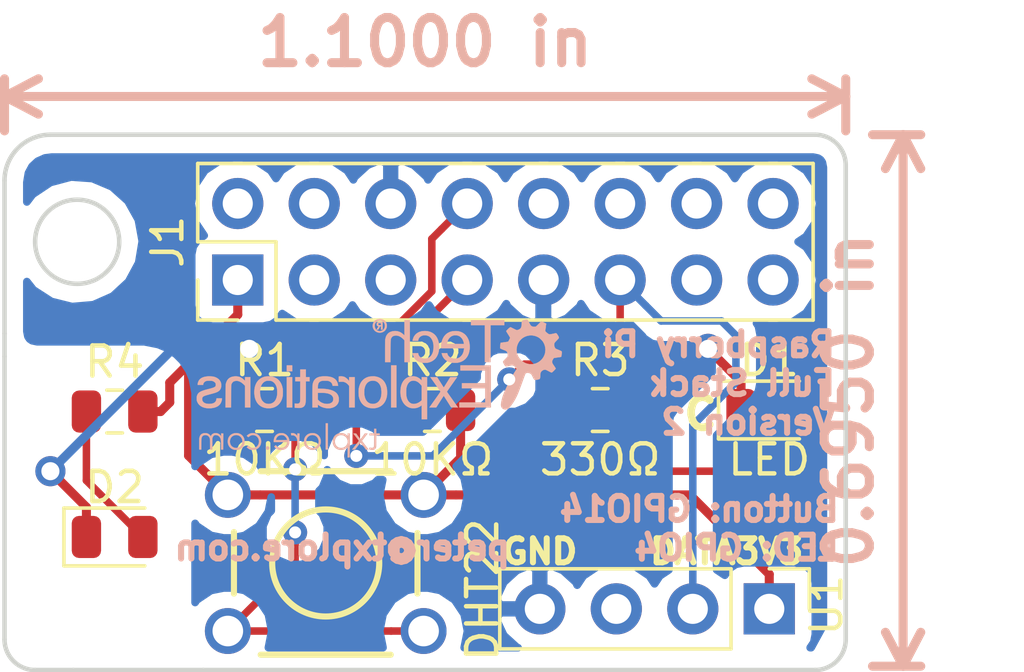
<source format=kicad_pcb>
(kicad_pcb (version 20171130) (host pcbnew 5.0.0-fee4fd1~66~ubuntu18.04.1)

  (general
    (thickness 1.6)
    (drawings 22)
    (tracks 79)
    (zones 0)
    (modules 10)
    (nets 18)
  )

  (page A4)
  (title_block
    (title "Raspberry Pi Full Stack HAT")
    (date 2018-08-16)
    (rev 2)
    (company "Tech Explorations")
    (comment 1 "Designed by Peter")
  )

  (layers
    (0 F.Cu signal)
    (31 B.Cu signal)
    (32 B.Adhes user)
    (33 F.Adhes user)
    (34 B.Paste user)
    (35 F.Paste user)
    (36 B.SilkS user)
    (37 F.SilkS user)
    (38 B.Mask user)
    (39 F.Mask user)
    (40 Dwgs.User user)
    (41 Cmts.User user)
    (42 Eco1.User user)
    (43 Eco2.User user)
    (44 Edge.Cuts user)
    (45 Margin user)
    (46 B.CrtYd user)
    (47 F.CrtYd user)
    (48 B.Fab user)
    (49 F.Fab user)
  )

  (setup
    (last_trace_width 0.25)
    (user_trace_width 0.3)
    (trace_clearance 0.2)
    (zone_clearance 0.54)
    (zone_45_only no)
    (trace_min 0.2)
    (segment_width 0.2)
    (edge_width 0.15)
    (via_size 0.8)
    (via_drill 0.4)
    (via_min_size 0.4)
    (via_min_drill 0.3)
    (user_via 1 0.6)
    (uvia_size 0.3)
    (uvia_drill 0.1)
    (uvias_allowed no)
    (uvia_min_size 0.2)
    (uvia_min_drill 0.1)
    (pcb_text_width 0.3)
    (pcb_text_size 1.5 1.5)
    (mod_edge_width 0.15)
    (mod_text_size 1 1)
    (mod_text_width 0.15)
    (pad_size 1.524 1.524)
    (pad_drill 0.762)
    (pad_to_mask_clearance 0.2)
    (aux_axis_origin 0 0)
    (visible_elements FFFFFF7F)
    (pcbplotparams
      (layerselection 0x010fc_ffffffff)
      (usegerberextensions true)
      (usegerberattributes false)
      (usegerberadvancedattributes false)
      (creategerberjobfile false)
      (excludeedgelayer true)
      (linewidth 0.100000)
      (plotframeref false)
      (viasonmask false)
      (mode 1)
      (useauxorigin false)
      (hpglpennumber 1)
      (hpglpenspeed 20)
      (hpglpendiameter 15.000000)
      (psnegative false)
      (psa4output false)
      (plotreference true)
      (plotvalue true)
      (plotinvisibletext false)
      (padsonsilk false)
      (subtractmaskfromsilk false)
      (outputformat 1)
      (mirror false)
      (drillshape 0)
      (scaleselection 1)
      (outputdirectory "Gerbers/"))
  )

  (net 0 "")
  (net 1 GND)
  (net 2 "Net-(D1-Pad2)")
  (net 3 /3V3)
  (net 4 "Net-(J1-Pad2)")
  (net 5 "Net-(J1-Pad3)")
  (net 6 "Net-(J1-Pad4)")
  (net 7 "Net-(J1-Pad5)")
  (net 8 /led)
  (net 9 /button_input)
  (net 10 "Net-(J1-Pad10)")
  (net 11 /sensor_data)
  (net 12 "Net-(J1-Pad12)")
  (net 13 "Net-(J1-Pad13)")
  (net 14 "Net-(J1-Pad14)")
  (net 15 "Net-(J1-Pad15)")
  (net 16 "Net-(J1-Pad16)")
  (net 17 "Net-(D2-Pad2)")

  (net_class Default "This is the default net class."
    (clearance 0.2)
    (trace_width 0.25)
    (via_dia 0.8)
    (via_drill 0.4)
    (uvia_dia 0.3)
    (uvia_drill 0.1)
    (add_net /button_input)
    (add_net /led)
    (add_net /sensor_data)
    (add_net "Net-(D1-Pad2)")
    (add_net "Net-(D2-Pad2)")
    (add_net "Net-(J1-Pad10)")
    (add_net "Net-(J1-Pad12)")
    (add_net "Net-(J1-Pad13)")
    (add_net "Net-(J1-Pad14)")
    (add_net "Net-(J1-Pad15)")
    (add_net "Net-(J1-Pad16)")
    (add_net "Net-(J1-Pad2)")
    (add_net "Net-(J1-Pad3)")
    (add_net "Net-(J1-Pad4)")
    (add_net "Net-(J1-Pad5)")
  )

  (net_class Power ""
    (clearance 0.3)
    (trace_width 0.3)
    (via_dia 1)
    (via_drill 0.6)
    (uvia_dia 0.3)
    (uvia_drill 0.1)
    (add_net /3V3)
    (add_net GND)
  )

  (module LED_SMD:LED_0805_2012Metric (layer F.Cu) (tedit 5B774FE0) (tstamp 5B766FC5)
    (at 165.608 122.428)
    (descr "LED SMD 0805 (2012 Metric), square (rectangular) end terminal, IPC_7351 nominal, (Body size source: https://docs.google.com/spreadsheets/d/1BsfQQcO9C6DZCsRaXUlFlo91Tg2WpOkGARC1WS5S8t0/edit?usp=sharing), generated with kicad-footprint-generator")
    (tags diode)
    (path /5B761BB7)
    (attr smd)
    (fp_text reference D1 (at 0 -1.65) (layer F.SilkS)
      (effects (font (size 1 1) (thickness 0.15)))
    )
    (fp_text value LED (at 0 1.65) (layer F.SilkS)
      (effects (font (size 1 1) (thickness 0.15)))
    )
    (fp_line (start 1 -0.6) (end -0.7 -0.6) (layer F.Fab) (width 0.1))
    (fp_line (start -0.7 -0.6) (end -1 -0.3) (layer F.Fab) (width 0.1))
    (fp_line (start -1 -0.3) (end -1 0.6) (layer F.Fab) (width 0.1))
    (fp_line (start -1 0.6) (end 1 0.6) (layer F.Fab) (width 0.1))
    (fp_line (start 1 0.6) (end 1 -0.6) (layer F.Fab) (width 0.1))
    (fp_line (start 1 -0.96) (end -1.685 -0.96) (layer F.SilkS) (width 0.12))
    (fp_line (start -1.685 -0.96) (end -1.685 0.96) (layer F.SilkS) (width 0.12))
    (fp_line (start -1.685 0.96) (end 1 0.96) (layer F.SilkS) (width 0.12))
    (fp_line (start -1.68 0.95) (end -1.68 -0.95) (layer F.CrtYd) (width 0.05))
    (fp_line (start -1.68 -0.95) (end 1.68 -0.95) (layer F.CrtYd) (width 0.05))
    (fp_line (start 1.68 -0.95) (end 1.68 0.95) (layer F.CrtYd) (width 0.05))
    (fp_line (start 1.68 0.95) (end -1.68 0.95) (layer F.CrtYd) (width 0.05))
    (fp_text user %R (at 0 0) (layer F.Fab)
      (effects (font (size 0.5 0.5) (thickness 0.08)))
    )
    (pad 1 smd roundrect (at -0.9375 0) (size 0.975 1.4) (layers F.Cu F.Paste F.Mask) (roundrect_rratio 0.25)
      (net 1 GND))
    (pad 2 smd roundrect (at 0.9375 0) (size 0.975 1.4) (layers F.Cu F.Paste F.Mask) (roundrect_rratio 0.25)
      (net 2 "Net-(D1-Pad2)"))
    (model ${KISYS3DMOD}/LED_SMD.3dshapes/LED_0805_2012Metric.wrl
      (at (xyz 0 0 0))
      (scale (xyz 1 1 1))
      (rotate (xyz 0 0 0))
    )
  )

  (module Connector_PinHeader_2.54mm:PinHeader_2x08_P2.54mm_Vertical (layer F.Cu) (tedit 59FED5CC) (tstamp 5B7669C1)
    (at 147.955 118.11 90)
    (descr "Through hole straight pin header, 2x08, 2.54mm pitch, double rows")
    (tags "Through hole pin header THT 2x08 2.54mm double row")
    (path /5B761933)
    (fp_text reference J1 (at 1.27 -2.33 90) (layer F.SilkS)
      (effects (font (size 1 1) (thickness 0.15)))
    )
    (fp_text value Raspberry_Pi_2_3 (at 1.27 20.11 90) (layer F.Fab)
      (effects (font (size 1 1) (thickness 0.15)))
    )
    (fp_line (start 0 -1.27) (end 3.81 -1.27) (layer F.Fab) (width 0.1))
    (fp_line (start 3.81 -1.27) (end 3.81 19.05) (layer F.Fab) (width 0.1))
    (fp_line (start 3.81 19.05) (end -1.27 19.05) (layer F.Fab) (width 0.1))
    (fp_line (start -1.27 19.05) (end -1.27 0) (layer F.Fab) (width 0.1))
    (fp_line (start -1.27 0) (end 0 -1.27) (layer F.Fab) (width 0.1))
    (fp_line (start -1.33 19.11) (end 3.87 19.11) (layer F.SilkS) (width 0.12))
    (fp_line (start -1.33 1.27) (end -1.33 19.11) (layer F.SilkS) (width 0.12))
    (fp_line (start 3.87 -1.33) (end 3.87 19.11) (layer F.SilkS) (width 0.12))
    (fp_line (start -1.33 1.27) (end 1.27 1.27) (layer F.SilkS) (width 0.12))
    (fp_line (start 1.27 1.27) (end 1.27 -1.33) (layer F.SilkS) (width 0.12))
    (fp_line (start 1.27 -1.33) (end 3.87 -1.33) (layer F.SilkS) (width 0.12))
    (fp_line (start -1.33 0) (end -1.33 -1.33) (layer F.SilkS) (width 0.12))
    (fp_line (start -1.33 -1.33) (end 0 -1.33) (layer F.SilkS) (width 0.12))
    (fp_line (start -1.8 -1.8) (end -1.8 19.55) (layer F.CrtYd) (width 0.05))
    (fp_line (start -1.8 19.55) (end 4.35 19.55) (layer F.CrtYd) (width 0.05))
    (fp_line (start 4.35 19.55) (end 4.35 -1.8) (layer F.CrtYd) (width 0.05))
    (fp_line (start 4.35 -1.8) (end -1.8 -1.8) (layer F.CrtYd) (width 0.05))
    (fp_text user %R (at 1.27 8.89 180) (layer F.Fab)
      (effects (font (size 1 1) (thickness 0.15)))
    )
    (pad 1 thru_hole rect (at 0 0 90) (size 1.7 1.7) (drill 1) (layers *.Cu *.Mask)
      (net 3 /3V3))
    (pad 2 thru_hole oval (at 2.54 0 90) (size 1.7 1.7) (drill 1) (layers *.Cu *.Mask)
      (net 4 "Net-(J1-Pad2)"))
    (pad 3 thru_hole oval (at 0 2.54 90) (size 1.7 1.7) (drill 1) (layers *.Cu *.Mask)
      (net 5 "Net-(J1-Pad3)"))
    (pad 4 thru_hole oval (at 2.54 2.54 90) (size 1.7 1.7) (drill 1) (layers *.Cu *.Mask)
      (net 6 "Net-(J1-Pad4)"))
    (pad 5 thru_hole oval (at 0 5.08 90) (size 1.7 1.7) (drill 1) (layers *.Cu *.Mask)
      (net 7 "Net-(J1-Pad5)"))
    (pad 6 thru_hole oval (at 2.54 5.08 90) (size 1.7 1.7) (drill 1) (layers *.Cu *.Mask)
      (net 1 GND))
    (pad 7 thru_hole oval (at 0 7.62 90) (size 1.7 1.7) (drill 1) (layers *.Cu *.Mask)
      (net 8 /led))
    (pad 8 thru_hole oval (at 2.54 7.62 90) (size 1.7 1.7) (drill 1) (layers *.Cu *.Mask)
      (net 9 /button_input))
    (pad 9 thru_hole oval (at 0 10.16 90) (size 1.7 1.7) (drill 1) (layers *.Cu *.Mask)
      (net 1 GND))
    (pad 10 thru_hole oval (at 2.54 10.16 90) (size 1.7 1.7) (drill 1) (layers *.Cu *.Mask)
      (net 10 "Net-(J1-Pad10)"))
    (pad 11 thru_hole oval (at 0 12.7 90) (size 1.7 1.7) (drill 1) (layers *.Cu *.Mask)
      (net 11 /sensor_data))
    (pad 12 thru_hole oval (at 2.54 12.7 90) (size 1.7 1.7) (drill 1) (layers *.Cu *.Mask)
      (net 12 "Net-(J1-Pad12)"))
    (pad 13 thru_hole oval (at 0 15.24 90) (size 1.7 1.7) (drill 1) (layers *.Cu *.Mask)
      (net 13 "Net-(J1-Pad13)"))
    (pad 14 thru_hole oval (at 2.54 15.24 90) (size 1.7 1.7) (drill 1) (layers *.Cu *.Mask)
      (net 14 "Net-(J1-Pad14)"))
    (pad 15 thru_hole oval (at 0 17.78 90) (size 1.7 1.7) (drill 1) (layers *.Cu *.Mask)
      (net 15 "Net-(J1-Pad15)"))
    (pad 16 thru_hole oval (at 2.54 17.78 90) (size 1.7 1.7) (drill 1) (layers *.Cu *.Mask)
      (net 16 "Net-(J1-Pad16)"))
    (model ${KISYS3DMOD}/Connector_PinHeader_2.54mm.3dshapes/PinHeader_2x08_P2.54mm_Vertical.wrl
      (at (xyz 0 0 0))
      (scale (xyz 1 1 1))
      (rotate (xyz 0 0 0))
    )
  )

  (module Resistor_SMD:R_0805_2012Metric (layer F.Cu) (tedit 5B774FD3) (tstamp 5B7669D2)
    (at 148.844 122.428)
    (descr "Resistor SMD 0805 (2012 Metric), square (rectangular) end terminal, IPC_7351 nominal, (Body size source: https://docs.google.com/spreadsheets/d/1BsfQQcO9C6DZCsRaXUlFlo91Tg2WpOkGARC1WS5S8t0/edit?usp=sharing), generated with kicad-footprint-generator")
    (tags resistor)
    (path /5B761A56)
    (attr smd)
    (fp_text reference R1 (at 0 -1.65) (layer F.SilkS)
      (effects (font (size 1 1) (thickness 0.15)))
    )
    (fp_text value 10KΩ (at 0 1.65) (layer F.SilkS)
      (effects (font (size 1 1) (thickness 0.15)))
    )
    (fp_line (start -1 0.6) (end -1 -0.6) (layer F.Fab) (width 0.1))
    (fp_line (start -1 -0.6) (end 1 -0.6) (layer F.Fab) (width 0.1))
    (fp_line (start 1 -0.6) (end 1 0.6) (layer F.Fab) (width 0.1))
    (fp_line (start 1 0.6) (end -1 0.6) (layer F.Fab) (width 0.1))
    (fp_line (start -0.258578 -0.71) (end 0.258578 -0.71) (layer F.SilkS) (width 0.12))
    (fp_line (start -0.258578 0.71) (end 0.258578 0.71) (layer F.SilkS) (width 0.12))
    (fp_line (start -1.68 0.95) (end -1.68 -0.95) (layer F.CrtYd) (width 0.05))
    (fp_line (start -1.68 -0.95) (end 1.68 -0.95) (layer F.CrtYd) (width 0.05))
    (fp_line (start 1.68 -0.95) (end 1.68 0.95) (layer F.CrtYd) (width 0.05))
    (fp_line (start 1.68 0.95) (end -1.68 0.95) (layer F.CrtYd) (width 0.05))
    (fp_text user %R (at 0 0) (layer F.Fab)
      (effects (font (size 0.5 0.5) (thickness 0.08)))
    )
    (pad 1 smd roundrect (at -0.9375 0) (size 0.975 1.4) (layers F.Cu F.Paste F.Mask) (roundrect_rratio 0.25)
      (net 1 GND))
    (pad 2 smd roundrect (at 0.9375 0) (size 0.975 1.4) (layers F.Cu F.Paste F.Mask) (roundrect_rratio 0.25)
      (net 9 /button_input))
    (model ${KISYS3DMOD}/Resistor_SMD.3dshapes/R_0805_2012Metric.wrl
      (at (xyz 0 0 0))
      (scale (xyz 1 1 1))
      (rotate (xyz 0 0 0))
    )
  )

  (module Resistor_SMD:R_0805_2012Metric (layer F.Cu) (tedit 5B774FDA) (tstamp 5B7669E3)
    (at 154.418666 122.428)
    (descr "Resistor SMD 0805 (2012 Metric), square (rectangular) end terminal, IPC_7351 nominal, (Body size source: https://docs.google.com/spreadsheets/d/1BsfQQcO9C6DZCsRaXUlFlo91Tg2WpOkGARC1WS5S8t0/edit?usp=sharing), generated with kicad-footprint-generator")
    (tags resistor)
    (path /5B761B3B)
    (attr smd)
    (fp_text reference R2 (at 0 -1.65) (layer F.SilkS)
      (effects (font (size 1 1) (thickness 0.15)))
    )
    (fp_text value 10KΩ (at 0 1.65) (layer F.SilkS)
      (effects (font (size 1 1) (thickness 0.15)))
    )
    (fp_line (start -1 0.6) (end -1 -0.6) (layer F.Fab) (width 0.1))
    (fp_line (start -1 -0.6) (end 1 -0.6) (layer F.Fab) (width 0.1))
    (fp_line (start 1 -0.6) (end 1 0.6) (layer F.Fab) (width 0.1))
    (fp_line (start 1 0.6) (end -1 0.6) (layer F.Fab) (width 0.1))
    (fp_line (start -0.258578 -0.71) (end 0.258578 -0.71) (layer F.SilkS) (width 0.12))
    (fp_line (start -0.258578 0.71) (end 0.258578 0.71) (layer F.SilkS) (width 0.12))
    (fp_line (start -1.68 0.95) (end -1.68 -0.95) (layer F.CrtYd) (width 0.05))
    (fp_line (start -1.68 -0.95) (end 1.68 -0.95) (layer F.CrtYd) (width 0.05))
    (fp_line (start 1.68 -0.95) (end 1.68 0.95) (layer F.CrtYd) (width 0.05))
    (fp_line (start 1.68 0.95) (end -1.68 0.95) (layer F.CrtYd) (width 0.05))
    (fp_text user %R (at 0 0) (layer F.Fab)
      (effects (font (size 0.5 0.5) (thickness 0.08)))
    )
    (pad 1 smd roundrect (at -0.9375 0) (size 0.975 1.4) (layers F.Cu F.Paste F.Mask) (roundrect_rratio 0.25)
      (net 11 /sensor_data))
    (pad 2 smd roundrect (at 0.9375 0) (size 0.975 1.4) (layers F.Cu F.Paste F.Mask) (roundrect_rratio 0.25)
      (net 3 /3V3))
    (model ${KISYS3DMOD}/Resistor_SMD.3dshapes/R_0805_2012Metric.wrl
      (at (xyz 0 0 0))
      (scale (xyz 1 1 1))
      (rotate (xyz 0 0 0))
    )
  )

  (module Resistor_SMD:R_0805_2012Metric (layer F.Cu) (tedit 5B774DA5) (tstamp 5B767098)
    (at 159.993332 122.428)
    (descr "Resistor SMD 0805 (2012 Metric), square (rectangular) end terminal, IPC_7351 nominal, (Body size source: https://docs.google.com/spreadsheets/d/1BsfQQcO9C6DZCsRaXUlFlo91Tg2WpOkGARC1WS5S8t0/edit?usp=sharing), generated with kicad-footprint-generator")
    (tags resistor)
    (path /5B761ABB)
    (attr smd)
    (fp_text reference R3 (at 0 -1.65) (layer F.SilkS)
      (effects (font (size 1 1) (thickness 0.15)))
    )
    (fp_text value 330Ω (at 0 1.65) (layer F.SilkS)
      (effects (font (size 1 1) (thickness 0.15)))
    )
    (fp_text user %R (at 0 0) (layer F.Fab)
      (effects (font (size 0.5 0.5) (thickness 0.08)))
    )
    (fp_line (start 1.68 0.95) (end -1.68 0.95) (layer F.CrtYd) (width 0.05))
    (fp_line (start 1.68 -0.95) (end 1.68 0.95) (layer F.CrtYd) (width 0.05))
    (fp_line (start -1.68 -0.95) (end 1.68 -0.95) (layer F.CrtYd) (width 0.05))
    (fp_line (start -1.68 0.95) (end -1.68 -0.95) (layer F.CrtYd) (width 0.05))
    (fp_line (start -0.258578 0.71) (end 0.258578 0.71) (layer F.SilkS) (width 0.12))
    (fp_line (start -0.258578 -0.71) (end 0.258578 -0.71) (layer F.SilkS) (width 0.12))
    (fp_line (start 1 0.6) (end -1 0.6) (layer F.Fab) (width 0.1))
    (fp_line (start 1 -0.6) (end 1 0.6) (layer F.Fab) (width 0.1))
    (fp_line (start -1 -0.6) (end 1 -0.6) (layer F.Fab) (width 0.1))
    (fp_line (start -1 0.6) (end -1 -0.6) (layer F.Fab) (width 0.1))
    (pad 2 smd roundrect (at 0.9375 0) (size 0.975 1.4) (layers F.Cu F.Paste F.Mask) (roundrect_rratio 0.25)
      (net 8 /led))
    (pad 1 smd roundrect (at -0.9375 0) (size 0.975 1.4) (layers F.Cu F.Paste F.Mask) (roundrect_rratio 0.25)
      (net 2 "Net-(D1-Pad2)"))
    (model ${KISYS3DMOD}/Resistor_SMD.3dshapes/R_0805_2012Metric.wrl
      (at (xyz 0 0 0))
      (scale (xyz 1 1 1))
      (rotate (xyz 0 0 0))
    )
  )

  (module freetronics_footprints:SW_PUSHBUTTON_PTH (layer F.Cu) (tedit 5477A5C1) (tstamp 5B766A10)
    (at 150.876 127.508)
    (descr "<b>OMRON SWITCH</b>")
    (path /5B7619BD)
    (fp_text reference SW1 (at 0 0) (layer Eco1.User)
      (effects (font (size 0.6 0.6) (thickness 0.1)))
    )
    (fp_text value SW_DPST (at 0 0) (layer Eco1.User) hide
      (effects (font (size 0 0) (thickness 0.000001)))
    )
    (fp_line (start 3.048 -1.016) (end 3.048 -2.54) (layer Cmts.User) (width 0.2032))
    (fp_line (start 3.048 -2.54) (end 2.54 -3.048) (layer Cmts.User) (width 0.2032))
    (fp_line (start 2.54 3.048) (end 3.048 2.54) (layer Cmts.User) (width 0.2032))
    (fp_line (start 3.048 2.54) (end 3.048 1.016) (layer Cmts.User) (width 0.2032))
    (fp_line (start -2.54 -3.048) (end -3.048 -2.54) (layer Cmts.User) (width 0.2032))
    (fp_line (start -3.048 -2.54) (end -3.048 -1.016) (layer Cmts.User) (width 0.2032))
    (fp_line (start -2.54 3.048) (end -3.048 2.54) (layer Cmts.User) (width 0.2032))
    (fp_line (start -3.048 2.54) (end -3.048 1.016) (layer Cmts.User) (width 0.2032))
    (fp_line (start 2.54 3.048) (end 2.159 3.048) (layer Cmts.User) (width 0.2032))
    (fp_line (start -2.54 3.048) (end -2.159 3.048) (layer Cmts.User) (width 0.2032))
    (fp_line (start -2.54 -3.048) (end -2.159 -3.048) (layer Cmts.User) (width 0.2032))
    (fp_line (start 2.54 -3.048) (end 2.159 -3.048) (layer Cmts.User) (width 0.2032))
    (fp_line (start 2.159 -3.048) (end -2.159 -3.048) (layer F.SilkS) (width 0.2032))
    (fp_line (start -2.159 3.048) (end 2.159 3.048) (layer F.SilkS) (width 0.2032))
    (fp_line (start 3.048 -0.99568) (end 3.048 1.016) (layer F.SilkS) (width 0.2032))
    (fp_line (start -3.048 -1.02616) (end -3.048 1.016) (layer F.SilkS) (width 0.2032))
    (fp_line (start -2.54 -1.27) (end -2.54 -0.508) (layer Cmts.User) (width 0.2032))
    (fp_line (start -2.54 0.508) (end -2.54 1.27) (layer Cmts.User) (width 0.2032))
    (fp_line (start -2.54 -0.508) (end -2.159 0.381) (layer Cmts.User) (width 0.2032))
    (fp_circle (center 0 0) (end 1.778 0) (layer F.SilkS) (width 0.2032))
    (pad 1 thru_hole oval (at -3.2512 -2.2606) (size 1.524 1.524) (drill 1.016) (layers *.Cu *.Mask)
      (net 3 /3V3))
    (pad 1 thru_hole oval (at 3.2512 -2.2606) (size 1.524 1.524) (drill 1.016) (layers *.Cu *.Mask)
      (net 3 /3V3))
    (pad 2 thru_hole oval (at -3.2512 2.2606) (size 1.524 1.524) (drill 1.016) (layers *.Cu *.Mask)
      (net 9 /button_input))
    (pad 2 thru_hole oval (at 3.2512 2.2606) (size 1.524 1.524) (drill 1.016) (layers *.Cu *.Mask)
      (net 9 /button_input))
  )

  (module Connector_PinHeader_2.54mm:PinHeader_1x04_P2.54mm_Vertical (layer F.Cu) (tedit 5B7750A7) (tstamp 5B766A28)
    (at 165.608 129.032 270)
    (descr "Through hole straight pin header, 1x04, 2.54mm pitch, single row")
    (tags "Through hole pin header THT 1x04 2.54mm single row")
    (path /5B761C54)
    (fp_text reference U1 (at -0.127 -1.905 270) (layer F.SilkS)
      (effects (font (size 1 1) (thickness 0.15)))
    )
    (fp_text value DHT22 (at -0.635 9.525 270) (layer F.SilkS)
      (effects (font (size 1 1) (thickness 0.15)))
    )
    (fp_line (start -0.635 -1.27) (end 1.27 -1.27) (layer F.Fab) (width 0.1))
    (fp_line (start 1.27 -1.27) (end 1.27 8.89) (layer F.Fab) (width 0.1))
    (fp_line (start 1.27 8.89) (end -1.27 8.89) (layer F.Fab) (width 0.1))
    (fp_line (start -1.27 8.89) (end -1.27 -0.635) (layer F.Fab) (width 0.1))
    (fp_line (start -1.27 -0.635) (end -0.635 -1.27) (layer F.Fab) (width 0.1))
    (fp_line (start -1.33 8.95) (end 1.33 8.95) (layer F.SilkS) (width 0.12))
    (fp_line (start -1.33 1.27) (end -1.33 8.95) (layer F.SilkS) (width 0.12))
    (fp_line (start 1.33 1.27) (end 1.33 8.95) (layer F.SilkS) (width 0.12))
    (fp_line (start -1.33 1.27) (end 1.33 1.27) (layer F.SilkS) (width 0.12))
    (fp_line (start -1.33 0) (end -1.33 -1.33) (layer F.SilkS) (width 0.12))
    (fp_line (start -1.33 -1.33) (end 0 -1.33) (layer F.SilkS) (width 0.12))
    (fp_line (start -1.8 -1.8) (end -1.8 9.4) (layer F.CrtYd) (width 0.05))
    (fp_line (start -1.8 9.4) (end 1.8 9.4) (layer F.CrtYd) (width 0.05))
    (fp_line (start 1.8 9.4) (end 1.8 -1.8) (layer F.CrtYd) (width 0.05))
    (fp_line (start 1.8 -1.8) (end -1.8 -1.8) (layer F.CrtYd) (width 0.05))
    (fp_text user %R (at 0 3.81) (layer F.Fab)
      (effects (font (size 1 1) (thickness 0.15)))
    )
    (pad 1 thru_hole rect (at 0 0 270) (size 1.7 1.7) (drill 1) (layers *.Cu *.Mask)
      (net 3 /3V3))
    (pad 2 thru_hole oval (at 0 2.54 270) (size 1.7 1.7) (drill 1) (layers *.Cu *.Mask)
      (net 11 /sensor_data))
    (pad 3 thru_hole oval (at 0 5.08 270) (size 1.7 1.7) (drill 1) (layers *.Cu *.Mask))
    (pad 4 thru_hole oval (at 0 7.62 270) (size 1.7 1.7) (drill 1) (layers *.Cu *.Mask)
      (net 1 GND))
    (model ${KISYS3DMOD}/Connector_PinHeader_2.54mm.3dshapes/PinHeader_1x04_P2.54mm_Vertical.wrl
      (at (xyz 0 0 0))
      (scale (xyz 1 1 1))
      (rotate (xyz 0 0 0))
    )
  )

  (module "Custom libraries:TE_Logo_12mm" (layer B.Cu) (tedit 0) (tstamp 5B775610)
    (at 152.654 121.666 180)
    (fp_text reference G*** (at 0 0 180) (layer B.SilkS) hide
      (effects (font (size 1.524 1.524) (thickness 0.3)) (justify mirror))
    )
    (fp_text value LOGO (at 0.75 0 180) (layer B.SilkS) hide
      (effects (font (size 1.524 1.524) (thickness 0.3)) (justify mirror))
    )
    (fp_poly (pts (xy -0.037042 2.162497) (xy -0.009949 2.161874) (xy 0.01018 2.161107) (xy 0.024845 2.160015)
      (xy 0.035549 2.158416) (xy 0.043794 2.15613) (xy 0.05108 2.152975) (xy 0.053887 2.151522)
      (xy 0.069891 2.139945) (xy 0.080043 2.124671) (xy 0.085094 2.104233) (xy 0.08599 2.088774)
      (xy 0.083705 2.064209) (xy 0.075937 2.045725) (xy 0.062103 2.032503) (xy 0.041621 2.023719)
      (xy 0.039446 2.023122) (xy 0.021743 2.01844) (xy 0.089091 1.908842) (xy 0.060556 1.910096)
      (xy 0.03202 1.91135) (xy 0.002432 1.963209) (xy -0.027157 2.015067) (xy -0.059267 2.015067)
      (xy -0.059267 1.909234) (xy -0.110067 1.909234) (xy -0.110067 2.0574) (xy -0.059623 2.0574)
      (xy -0.027971 2.0574) (xy -0.01065 2.058) (xy 0.00483 2.059576) (xy 0.015228 2.061793)
      (xy 0.015513 2.061898) (xy 0.026388 2.067527) (xy 0.031925 2.075492) (xy 0.033741 2.088475)
      (xy 0.033801 2.092228) (xy 0.032142 2.104402) (xy 0.026316 2.112914) (xy 0.015229 2.118354)
      (xy -0.002214 2.121312) (xy -0.022001 2.122298) (xy -0.05715 2.123017) (xy -0.058387 2.090208)
      (xy -0.059623 2.0574) (xy -0.110067 2.0574) (xy -0.110067 2.163933) (xy -0.037042 2.162497)) (layer B.SilkS) (width 0.01))
    (fp_poly (pts (xy 0.02666 2.25859) (xy 0.068683 2.247561) (xy 0.106491 2.229947) (xy 0.139558 2.206378)
      (xy 0.167358 2.177482) (xy 0.189364 2.143888) (xy 0.205048 2.106225) (xy 0.213885 2.065123)
      (xy 0.215347 2.021209) (xy 0.211371 1.987269) (xy 0.200378 1.949417) (xy 0.182024 1.914066)
      (xy 0.157279 1.882207) (xy 0.127113 1.854831) (xy 0.092496 1.832929) (xy 0.054399 1.817492)
      (xy 0.041896 1.814142) (xy 0.016243 1.810005) (xy -0.013124 1.808275) (xy -0.042815 1.808946)
      (xy -0.069444 1.81201) (xy -0.080434 1.814405) (xy -0.122134 1.82957) (xy -0.159068 1.851123)
      (xy -0.190692 1.878303) (xy -0.216465 1.910352) (xy -0.235844 1.94651) (xy -0.248286 1.986018)
      (xy -0.253249 2.028116) (xy -0.253113 2.03216) (xy -0.189437 2.03216) (xy -0.187036 2.005981)
      (xy -0.176632 1.967575) (xy -0.159882 1.934081) (xy -0.137547 1.906004) (xy -0.110386 1.883848)
      (xy -0.079159 1.868118) (xy -0.044626 1.859318) (xy -0.007547 1.857953) (xy 0.027516 1.863533)
      (xy 0.059733 1.875751) (xy 0.087889 1.894551) (xy 0.111516 1.918847) (xy 0.130142 1.947554)
      (xy 0.1433 1.979586) (xy 0.150519 2.013859) (xy 0.15133 2.049285) (xy 0.145263 2.08478)
      (xy 0.13517 2.112437) (xy 0.118599 2.14041) (xy 0.096564 2.165891) (xy 0.071086 2.18691)
      (xy 0.044184 2.201495) (xy 0.043675 2.201695) (xy 0.016231 2.209021) (xy -0.01499 2.211849)
      (xy -0.046621 2.210178) (xy -0.075294 2.204006) (xy -0.081639 2.201747) (xy -0.112153 2.185412)
      (xy -0.138563 2.162605) (xy -0.160183 2.134602) (xy -0.176326 2.102677) (xy -0.186306 2.068105)
      (xy -0.189437 2.03216) (xy -0.253113 2.03216) (xy -0.252341 2.055087) (xy -0.244441 2.098925)
      (xy -0.229446 2.138669) (xy -0.207936 2.173806) (xy -0.180488 2.20382) (xy -0.147681 2.228199)
      (xy -0.110092 2.246428) (xy -0.068302 2.257993) (xy -0.022887 2.262381) (xy -0.01905 2.262407)
      (xy 0.02666 2.25859)) (layer B.SilkS) (width 0.01))
    (fp_poly (pts (xy -0.8382 1.710167) (xy -0.806179 1.741878) (xy -0.760441 1.781776) (xy -0.711967 1.813697)
      (xy -0.660978 1.837579) (xy -0.607694 1.853362) (xy -0.552338 1.860986) (xy -0.495129 1.860389)
      (xy -0.43629 1.851511) (xy -0.420794 1.847849) (xy -0.379392 1.834868) (xy -0.343837 1.817976)
      (xy -0.31195 1.795964) (xy -0.287755 1.773994) (xy -0.260215 1.741805) (xy -0.237912 1.705444)
      (xy -0.220476 1.664046) (xy -0.20754 1.616748) (xy -0.199191 1.566445) (xy -0.198327 1.554995)
      (xy -0.197546 1.535422) (xy -0.196853 1.50807) (xy -0.19625 1.473282) (xy -0.195742 1.431401)
      (xy -0.195333 1.382771) (xy -0.195027 1.327735) (xy -0.194827 1.266636) (xy -0.194738 1.199818)
      (xy -0.194734 1.180153) (xy -0.194734 0.829733) (xy -0.372097 0.829733) (xy -0.373658 1.190625)
      (xy -0.373947 1.257027) (xy -0.374227 1.315535) (xy -0.374537 1.366719) (xy -0.374913 1.411153)
      (xy -0.375392 1.449408) (xy -0.376013 1.482056) (xy -0.376813 1.509669) (xy -0.377828 1.532819)
      (xy -0.379096 1.552077) (xy -0.380655 1.568016) (xy -0.382542 1.581208) (xy -0.384794 1.592224)
      (xy -0.387448 1.601636) (xy -0.390543 1.610017) (xy -0.394115 1.617938) (xy -0.398201 1.625971)
      (xy -0.402633 1.6343) (xy -0.420888 1.661404) (xy -0.443836 1.682413) (xy -0.472219 1.697807)
      (xy -0.50678 1.708066) (xy -0.520513 1.710538) (xy -0.565812 1.71331) (xy -0.611233 1.707673)
      (xy -0.65665 1.693681) (xy -0.701937 1.671391) (xy -0.746968 1.640855) (xy -0.791618 1.602129)
      (xy -0.807509 1.586261) (xy -0.8382 1.554536) (xy -0.8382 0.829733) (xy -1.016 0.829733)
      (xy -1.016 2.2225) (xy -0.8382 2.2225) (xy -0.8382 1.710167)) (layer B.SilkS) (width 0.01))
    (fp_poly (pts (xy -3.048 2.0574) (xy -3.509434 2.0574) (xy -3.509434 0.829733) (xy -3.6957 0.829733)
      (xy -3.6957 2.0574) (xy -4.152901 2.0574) (xy -4.152901 2.2225) (xy -3.048 2.2225)
      (xy -3.048 2.0574)) (layer B.SilkS) (width 0.01))
    (fp_poly (pts (xy -1.451618 1.858023) (xy -1.395082 1.848689) (xy -1.342374 1.83345) (xy -1.324809 1.826589)
      (xy -1.277236 1.802224) (xy -1.234013 1.771316) (xy -1.19606 1.734712) (xy -1.164295 1.693261)
      (xy -1.146117 1.661583) (xy -1.137946 1.642908) (xy -1.129264 1.619278) (xy -1.121148 1.594004)
      (xy -1.114673 1.570394) (xy -1.111358 1.554692) (xy -1.10839 1.5367) (xy -1.289725 1.5367)
      (xy -1.296895 1.570063) (xy -1.309045 1.607406) (xy -1.328292 1.64033) (xy -1.354215 1.66831)
      (xy -1.386393 1.690824) (xy -1.399117 1.697344) (xy -1.424495 1.70793) (xy -1.449019 1.714947)
      (xy -1.475388 1.718909) (xy -1.506302 1.720331) (xy -1.519767 1.720312) (xy -1.564014 1.717233)
      (xy -1.603101 1.708727) (xy -1.638737 1.694317) (xy -1.662507 1.680485) (xy -1.696587 1.653167)
      (xy -1.726622 1.61885) (xy -1.752282 1.578145) (xy -1.773236 1.531661) (xy -1.789152 1.480009)
      (xy -1.79902 1.42875) (xy -1.801293 1.405721) (xy -1.802663 1.376658) (xy -1.803152 1.343943)
      (xy -1.802783 1.309958) (xy -1.801579 1.277086) (xy -1.799563 1.247709) (xy -1.797095 1.226382)
      (xy -1.785455 1.170445) (xy -1.768349 1.119845) (xy -1.746047 1.074925) (xy -1.718821 1.036027)
      (xy -1.686942 1.003493) (xy -1.650682 0.977667) (xy -1.61031 0.958891) (xy -1.578108 0.94977)
      (xy -1.55581 0.946596) (xy -1.528987 0.945169) (xy -1.500358 0.945407) (xy -1.47264 0.947233)
      (xy -1.448551 0.950568) (xy -1.43468 0.953953) (xy -1.395601 0.970254) (xy -1.361855 0.992173)
      (xy -1.334042 1.019082) (xy -1.312764 1.050354) (xy -1.298621 1.08536) (xy -1.295224 1.099608)
      (xy -1.290066 1.126067) (xy -1.10839 1.126067) (xy -1.111358 1.108075) (xy -1.117016 1.082689)
      (xy -1.125757 1.053782) (xy -1.13632 1.025036) (xy -1.147443 1.000131) (xy -1.150058 0.995131)
      (xy -1.178016 0.950893) (xy -1.210641 0.912922) (xy -1.248473 0.880817) (xy -1.292051 0.854179)
      (xy -1.341914 0.832607) (xy -1.388534 0.818244) (xy -1.40602 0.814032) (xy -1.422637 0.810984)
      (xy -1.440514 0.808872) (xy -1.461782 0.807468) (xy -1.488571 0.806546) (xy -1.500717 0.806273)
      (xy -1.526779 0.806013) (xy -1.551942 0.806242) (xy -1.574104 0.806908) (xy -1.591166 0.807958)
      (xy -1.598084 0.80875) (xy -1.657134 0.821764) (xy -1.713256 0.841808) (xy -1.765586 0.868386)
      (xy -1.813256 0.901001) (xy -1.855403 0.939155) (xy -1.884277 0.972959) (xy -1.903069 1.000836)
      (xy -1.921868 1.0342) (xy -1.939239 1.070195) (xy -1.953745 1.105965) (xy -1.959147 1.121833)
      (xy -1.974809 1.18301) (xy -1.984691 1.248032) (xy -1.98884 1.315212) (xy -1.9873 1.382863)
      (xy -1.980117 1.449298) (xy -1.967334 1.51283) (xy -1.948998 1.571772) (xy -1.947029 1.576917)
      (xy -1.920555 1.634486) (xy -1.88842 1.685817) (xy -1.850701 1.730833) (xy -1.807478 1.769458)
      (xy -1.75883 1.801614) (xy -1.704837 1.827223) (xy -1.682202 1.835469) (xy -1.627272 1.850175)
      (xy -1.569404 1.858808) (xy -1.510289 1.86141) (xy -1.451618 1.858023)) (layer B.SilkS) (width 0.01))
    (fp_poly (pts (xy -2.470202 1.857646) (xy -2.420687 1.850963) (xy -2.374595 1.83964) (xy -2.337908 1.826633)
      (xy -2.2847 1.80079) (xy -2.236658 1.768403) (xy -2.193946 1.729754) (xy -2.156726 1.685131)
      (xy -2.125162 1.634818) (xy -2.099417 1.5791) (xy -2.079654 1.518261) (xy -2.066036 1.452589)
      (xy -2.058727 1.382366) (xy -2.057435 1.336675) (xy -2.057401 1.291167) (xy -2.820232 1.291167)
      (xy -2.817172 1.264807) (xy -2.807273 1.204336) (xy -2.792299 1.150417) (xy -2.772107 1.102716)
      (xy -2.74655 1.0609) (xy -2.715483 1.024634) (xy -2.710112 1.019439) (xy -2.686098 0.998351)
      (xy -2.663456 0.982411) (xy -2.638964 0.969657) (xy -2.609399 0.958125) (xy -2.609385 0.958121)
      (xy -2.595234 0.953436) (xy -2.582852 0.950193) (xy -2.570101 0.948123) (xy -2.554842 0.946962)
      (xy -2.53494 0.946442) (xy -2.514601 0.94631) (xy -2.488678 0.946428) (xy -2.469058 0.947089)
      (xy -2.453581 0.94852) (xy -2.440088 0.950947) (xy -2.426423 0.954596) (xy -2.421616 0.956073)
      (xy -2.378146 0.9729) (xy -2.340939 0.993954) (xy -2.310384 1.018876) (xy -2.286868 1.04731)
      (xy -2.270777 1.078896) (xy -2.264326 1.101725) (xy -2.259499 1.126067) (xy -2.075427 1.126067)
      (xy -2.079155 1.105958) (xy -2.09272 1.055392) (xy -2.113788 1.008089) (xy -2.141858 0.964546)
      (xy -2.176431 0.925256) (xy -2.217008 0.890715) (xy -2.263091 0.861419) (xy -2.314179 0.837863)
      (xy -2.365958 0.821487) (xy -2.414836 0.811879) (xy -2.468186 0.806156) (xy -2.522891 0.804455)
      (xy -2.57583 0.806914) (xy -2.607734 0.810796) (xy -2.670443 0.824675) (xy -2.729377 0.846092)
      (xy -2.784814 0.875153) (xy -2.796425 0.882489) (xy -2.842929 0.91779) (xy -2.883918 0.959327)
      (xy -2.91923 1.006777) (xy -2.948706 1.059818) (xy -2.972184 1.118128) (xy -2.989503 1.181384)
      (xy -3.000504 1.249263) (xy -3.00437 1.299633) (xy -3.004235 1.372257) (xy -2.998511 1.430867)
      (xy -2.816258 1.430867) (xy -2.247901 1.430867) (xy -2.247901 1.440773) (xy -2.249224 1.452161)
      (xy -2.252788 1.469229) (xy -2.25798 1.489682) (xy -2.264189 1.511228) (xy -2.270802 1.531574)
      (xy -2.27552 1.544315) (xy -2.296165 1.586134) (xy -2.322939 1.624316) (xy -2.346825 1.649848)
      (xy -2.370771 1.670529) (xy -2.393849 1.686227) (xy -2.419332 1.6989) (xy -2.445216 1.708716)
      (xy -2.461943 1.714036) (xy -2.476783 1.717452) (xy -2.492601 1.719372) (xy -2.512266 1.7202)
      (xy -2.527301 1.720344) (xy -2.56349 1.71915) (xy -2.594506 1.714919) (xy -2.623294 1.707017)
      (xy -2.6528 1.694812) (xy -2.658228 1.692201) (xy -2.683155 1.676914) (xy -2.708974 1.65571)
      (xy -2.733645 1.630614) (xy -2.755128 1.60365) (xy -2.768004 1.583267) (xy -2.780202 1.558432)
      (xy -2.791896 1.529665) (xy -2.802071 1.499891) (xy -2.809708 1.472037) (xy -2.813358 1.452724)
      (xy -2.816258 1.430867) (xy -2.998511 1.430867) (xy -2.99749 1.441319) (xy -2.984356 1.506451)
      (xy -2.96505 1.567282) (xy -2.939792 1.623441) (xy -2.9088 1.674559) (xy -2.872294 1.720264)
      (xy -2.830491 1.760187) (xy -2.783611 1.793958) (xy -2.731873 1.821206) (xy -2.686051 1.838398)
      (xy -2.653178 1.847692) (xy -2.622068 1.854124) (xy -2.589998 1.858059) (xy -2.554246 1.859865)
      (xy -2.525184 1.860055) (xy -2.470202 1.857646)) (layer B.SilkS) (width 0.01))
    (fp_poly (pts (xy 3.069166 0.524934) (xy 2.891366 0.524934) (xy 2.891366 0.719667) (xy 3.069166 0.719667)
      (xy 3.069166 0.524934)) (layer B.SilkS) (width 0.01))
    (fp_poly (pts (xy 4.827554 0.352333) (xy 4.880633 0.342852) (xy 4.928071 0.327082) (xy 4.969853 0.305031)
      (xy 5.005965 0.276709) (xy 5.03639 0.242125) (xy 5.061116 0.201289) (xy 5.078068 0.160419)
      (xy 5.082162 0.148378) (xy 5.08577 0.137341) (xy 5.088926 0.126714) (xy 5.091663 0.115903)
      (xy 5.094015 0.104314) (xy 5.096015 0.091353) (xy 5.097694 0.076428) (xy 5.099088 0.058943)
      (xy 5.100228 0.038306) (xy 5.101148 0.013922) (xy 5.101882 -0.014802) (xy 5.102461 -0.04846)
      (xy 5.10292 -0.087645) (xy 5.103291 -0.132952) (xy 5.103607 -0.184974) (xy 5.103902 -0.244305)
      (xy 5.104193 -0.307975) (xy 5.105867 -0.677333) (xy 4.923759 -0.677333) (xy 4.922349 -0.312208)
      (xy 4.9221 -0.246818) (xy 4.921868 -0.189313) (xy 4.92162 -0.139114) (xy 4.921322 -0.09564)
      (xy 4.920943 -0.058309) (xy 4.920448 -0.026543) (xy 4.919805 0.00024) (xy 4.918981 0.022621)
      (xy 4.917942 0.04118) (xy 4.916656 0.056497) (xy 4.91509 0.069154) (xy 4.91321 0.07973)
      (xy 4.910983 0.088807) (xy 4.908377 0.096965) (xy 4.905359 0.104784) (xy 4.901895 0.112845)
      (xy 4.897952 0.121728) (xy 4.897611 0.122502) (xy 4.885733 0.142508) (xy 4.868796 0.16238)
      (xy 4.849618 0.179113) (xy 4.837192 0.186931) (xy 4.817768 0.194635) (xy 4.793122 0.20104)
      (xy 4.766473 0.205477) (xy 4.741042 0.207276) (xy 4.739216 0.207286) (xy 4.696479 0.203624)
      (xy 4.654262 0.192506) (xy 4.612175 0.173735) (xy 4.569828 0.147114) (xy 4.526831 0.112448)
      (xy 4.498975 0.08613) (xy 4.4577 0.045) (xy 4.4577 -0.677333) (xy 4.2799 -0.677333)
      (xy 4.2799 0.3302) (xy 4.4577 0.3302) (xy 4.4577 0.206512) (xy 4.493474 0.240375)
      (xy 4.536267 0.277427) (xy 4.578555 0.306675) (xy 4.62152 0.328614) (xy 4.666343 0.343737)
      (xy 4.714205 0.352537) (xy 4.766288 0.35551) (xy 4.76885 0.355515) (xy 4.827554 0.352333)) (layer B.SilkS) (width 0.01))
    (fp_poly (pts (xy 3.069166 -0.677333) (xy 2.891366 -0.677333) (xy 2.891366 0.3302) (xy 3.069166 0.3302)
      (xy 3.069166 -0.677333)) (layer B.SilkS) (width 0.01))
    (fp_poly (pts (xy 1.296148 0.355131) (xy 1.314042 0.353683) (xy 1.341966 0.350693) (xy 1.341966 0.25956)
      (xy 1.341913 0.229446) (xy 1.341703 0.206804) (xy 1.34126 0.19064) (xy 1.340508 0.179959)
      (xy 1.339371 0.173767) (xy 1.337773 0.171071) (xy 1.335637 0.170874) (xy 1.335196 0.171025)
      (xy 1.324361 0.173675) (xy 1.307405 0.176138) (xy 1.286674 0.178234) (xy 1.264513 0.179781)
      (xy 1.243267 0.1806) (xy 1.225284 0.180509) (xy 1.217999 0.180043) (xy 1.171882 0.17156)
      (xy 1.128714 0.155287) (xy 1.088333 0.131131) (xy 1.050579 0.099001) (xy 1.023326 0.068927)
      (xy 0.999066 0.039274) (xy 0.999066 -0.677333) (xy 0.817033 -0.677333) (xy 0.817033 0.3302)
      (xy 0.998851 0.3302) (xy 1.001183 0.19845) (xy 1.0168 0.21894) (xy 1.047786 0.254982)
      (xy 1.082473 0.287228) (xy 1.119213 0.314371) (xy 1.156357 0.335101) (xy 1.171105 0.341361)
      (xy 1.196301 0.348514) (xy 1.227203 0.353337) (xy 1.261316 0.355615) (xy 1.296148 0.355131)) (layer B.SilkS) (width 0.01))
    (fp_poly (pts (xy -0.3937 -0.677333) (xy -0.5715 -0.677333) (xy -0.5715 0.719667) (xy -0.3937 0.719667)
      (xy -0.3937 -0.677333)) (layer B.SilkS) (width 0.01))
    (fp_poly (pts (xy -1.832426 0.329433) (xy -1.806946 0.329215) (xy -1.698447 0.328084) (xy -1.867103 0.091017)
      (xy -1.895436 0.051117) (xy -1.922282 0.013164) (xy -1.947242 -0.022267) (xy -1.969918 -0.054604)
      (xy -1.989909 -0.083273) (xy -2.006818 -0.1077) (xy -2.020245 -0.127313) (xy -2.02979 -0.141538)
      (xy -2.035056 -0.149802) (xy -2.035997 -0.151675) (xy -2.033642 -0.155971) (xy -2.026757 -0.166599)
      (xy -2.01573 -0.182998) (xy -2.000949 -0.204609) (xy -1.982803 -0.230872) (xy -1.961678 -0.261228)
      (xy -1.937964 -0.295115) (xy -1.912049 -0.331975) (xy -1.884321 -0.371247) (xy -1.859922 -0.405675)
      (xy -1.830755 -0.446766) (xy -1.802871 -0.486055) (xy -1.776682 -0.522961) (xy -1.752597 -0.556906)
      (xy -1.731029 -0.58731) (xy -1.712387 -0.613594) (xy -1.697084 -0.635179) (xy -1.685529 -0.651484)
      (xy -1.678134 -0.661932) (xy -1.675484 -0.665692) (xy -1.667357 -0.677333) (xy -1.891042 -0.677333)
      (xy -2.014991 -0.482431) (xy -2.038318 -0.44587) (xy -2.060338 -0.411587) (xy -2.080627 -0.380226)
      (xy -2.098761 -0.352432) (xy -2.114317 -0.328848) (xy -2.126871 -0.310118) (xy -2.136 -0.296887)
      (xy -2.141278 -0.289799) (xy -2.142408 -0.288756) (xy -2.145267 -0.292465) (xy -2.152215 -0.302676)
      (xy -2.162825 -0.318731) (xy -2.176671 -0.339969) (xy -2.193325 -0.365733) (xy -2.21236 -0.395362)
      (xy -2.23335 -0.428197) (xy -2.255868 -0.46358) (xy -2.267934 -0.4826) (xy -2.389991 -0.675217)
      (xy -2.501513 -0.676346) (xy -2.613034 -0.677476) (xy -2.605404 -0.665763) (xy -2.601737 -0.660432)
      (xy -2.593581 -0.648777) (xy -2.581346 -0.631378) (xy -2.565443 -0.608816) (xy -2.546282 -0.581671)
      (xy -2.524272 -0.550525) (xy -2.499825 -0.515958) (xy -2.47335 -0.47855) (xy -2.445257 -0.438884)
      (xy -2.422238 -0.4064) (xy -2.393357 -0.365594) (xy -2.365944 -0.326746) (xy -2.34039 -0.290417)
      (xy -2.317085 -0.257166) (xy -2.296418 -0.227552) (xy -2.278779 -0.202137) (xy -2.264559 -0.18148)
      (xy -2.254147 -0.16614) (xy -2.247932 -0.156678) (xy -2.246243 -0.153695) (xy -2.248555 -0.149474)
      (xy -2.255386 -0.138933) (xy -2.266336 -0.122647) (xy -2.28101 -0.101188) (xy -2.299009 -0.075132)
      (xy -2.319937 -0.045053) (xy -2.343395 -0.011523) (xy -2.368987 0.024882) (xy -2.396314 0.063589)
      (xy -2.413001 0.087147) (xy -2.441188 0.126918) (xy -2.467925 0.164688) (xy -2.492808 0.199886)
      (xy -2.515436 0.231941) (xy -2.535406 0.260282) (xy -2.552317 0.284339) (xy -2.565767 0.30354)
      (xy -2.575354 0.317316) (xy -2.580676 0.325095) (xy -2.581652 0.326639) (xy -2.577999 0.327609)
      (xy -2.566905 0.328393) (xy -2.549394 0.328966) (xy -2.52649 0.329304) (xy -2.499216 0.329382)
      (xy -2.471948 0.329213) (xy -2.360808 0.328084) (xy -2.252496 0.155701) (xy -2.230832 0.121287)
      (xy -2.210526 0.089158) (xy -2.192022 0.060006) (xy -2.175764 0.034526) (xy -2.162197 0.013412)
      (xy -2.151765 -0.002642) (xy -2.144912 -0.012943) (xy -2.142083 -0.016797) (xy -2.142054 -0.016808)
      (xy -2.139449 -0.013359) (xy -2.132803 -0.003422) (xy -2.122561 0.012308) (xy -2.109167 0.033138)
      (xy -2.093066 0.058373) (xy -2.074701 0.08732) (xy -2.054517 0.119284) (xy -2.032959 0.153572)
      (xy -2.03204 0.155035) (xy -2.010358 0.189491) (xy -1.989953 0.221711) (xy -1.971279 0.250993)
      (xy -1.954793 0.276631) (xy -1.94095 0.297921) (xy -1.930205 0.314159) (xy -1.923013 0.324641)
      (xy -1.919829 0.328662) (xy -1.919801 0.328676) (xy -1.914537 0.329086) (xy -1.901988 0.329373)
      (xy -1.883333 0.32953) (xy -1.859752 0.329552) (xy -1.832426 0.329433)) (layer B.SilkS) (width 0.01))
    (fp_poly (pts (xy -2.696634 0.550334) (xy -3.522134 0.550334) (xy -3.522134 0.127) (xy -2.747434 0.127)
      (xy -2.747434 -0.0381) (xy -3.522134 -0.0381) (xy -3.522134 -0.512233) (xy -2.662767 -0.512233)
      (xy -2.662767 -0.677333) (xy -3.708426 -0.677333) (xy -3.707355 0.020108) (xy -3.706284 0.71755)
      (xy -3.201459 0.718626) (xy -2.696634 0.719701) (xy -2.696634 0.550334)) (layer B.SilkS) (width 0.01))
    (fp_poly (pts (xy 2.620433 0.3302) (xy 2.785533 0.3302) (xy 2.785533 0.1905) (xy 2.620091 0.1905)
      (xy 2.621419 -0.138642) (xy 2.621673 -0.201771) (xy 2.621924 -0.257011) (xy 2.622213 -0.30494)
      (xy 2.622585 -0.346134) (xy 2.623082 -0.381172) (xy 2.623747 -0.41063) (xy 2.624624 -0.435086)
      (xy 2.625756 -0.455118) (xy 2.627186 -0.471303) (xy 2.628957 -0.484219) (xy 2.631113 -0.494442)
      (xy 2.633697 -0.502551) (xy 2.636751 -0.509122) (xy 2.64032 -0.514734) (xy 2.644445 -0.519964)
      (xy 2.649172 -0.525388) (xy 2.650459 -0.526851) (xy 2.659979 -0.536243) (xy 2.67046 -0.542913)
      (xy 2.683407 -0.547198) (xy 2.700322 -0.549434) (xy 2.722708 -0.549955) (xy 2.750372 -0.549171)
      (xy 2.8067 -0.546809) (xy 2.8067 -0.680662) (xy 2.780241 -0.685454) (xy 2.760685 -0.688092)
      (xy 2.735671 -0.690158) (xy 2.707633 -0.691583) (xy 2.679006 -0.692295) (xy 2.652223 -0.692226)
      (xy 2.629718 -0.691305) (xy 2.617842 -0.69012) (xy 2.576148 -0.681613) (xy 2.541303 -0.668731)
      (xy 2.512693 -0.651095) (xy 2.489703 -0.628327) (xy 2.47181 -0.60023) (xy 2.466334 -0.588678)
      (xy 2.461486 -0.576636) (xy 2.457227 -0.563546) (xy 2.453521 -0.548846) (xy 2.45033 -0.531977)
      (xy 2.447617 -0.512379) (xy 2.445343 -0.489492) (xy 2.443472 -0.462755) (xy 2.441966 -0.431608)
      (xy 2.440788 -0.395492) (xy 2.439899 -0.353846) (xy 2.439263 -0.306111) (xy 2.438842 -0.251726)
      (xy 2.438599 -0.190131) (xy 2.438495 -0.120766) (xy 2.438487 -0.102658) (xy 2.4384 0.1905)
      (xy 2.315633 0.1905) (xy 2.315633 0.3302) (xy 2.4384 0.3302) (xy 2.4384 0.5842)
      (xy 2.620433 0.5842) (xy 2.620433 0.3302)) (layer B.SilkS) (width 0.01))
    (fp_poly (pts (xy 5.679902 0.354899) (xy 5.710397 0.353425) (xy 5.730965 0.351455) (xy 5.791169 0.341166)
      (xy 5.844352 0.326242) (xy 5.890628 0.306601) (xy 5.930116 0.282158) (xy 5.962932 0.25283)
      (xy 5.989193 0.218533) (xy 6.009017 0.179185) (xy 6.020088 0.144922) (xy 6.024182 0.126143)
      (xy 6.027116 0.107401) (xy 6.028266 0.092692) (xy 6.028266 0.071967) (xy 5.851617 0.071967)
      (xy 5.849009 0.090991) (xy 5.841201 0.118899) (xy 5.826389 0.14548) (xy 5.806014 0.168781)
      (xy 5.781517 0.186852) (xy 5.776129 0.189727) (xy 5.754647 0.199081) (xy 5.732098 0.205804)
      (xy 5.706645 0.210216) (xy 5.676453 0.212639) (xy 5.640916 0.213394) (xy 5.606149 0.212829)
      (xy 5.577698 0.210736) (xy 5.55349 0.20672) (xy 5.531451 0.200385) (xy 5.509506 0.191335)
      (xy 5.499369 0.186403) (xy 5.479745 0.174098) (xy 5.461144 0.1582) (xy 5.445489 0.140713)
      (xy 5.434702 0.12364) (xy 5.431743 0.115918) (xy 5.429096 0.10192) (xy 5.427437 0.084576)
      (xy 5.427156 0.075417) (xy 5.427901 0.05882) (xy 5.430552 0.044088) (xy 5.435687 0.030902)
      (xy 5.443883 0.018944) (xy 5.455717 0.007894) (xy 5.471764 -0.002566) (xy 5.492601 -0.012755)
      (xy 5.518806 -0.022993) (xy 5.550955 -0.033597) (xy 5.589624 -0.044887) (xy 5.63539 -0.057182)
      (xy 5.68883 -0.070801) (xy 5.693833 -0.072052) (xy 5.75759 -0.088734) (xy 5.813459 -0.105097)
      (xy 5.861994 -0.12147) (xy 5.90375 -0.138187) (xy 5.93928 -0.155577) (xy 5.969139 -0.173972)
      (xy 5.99388 -0.193702) (xy 6.014057 -0.2151) (xy 6.030225 -0.238495) (xy 6.042937 -0.26422)
      (xy 6.050536 -0.285242) (xy 6.054317 -0.298386) (xy 6.056944 -0.311015) (xy 6.058606 -0.325106)
      (xy 6.059496 -0.342633) (xy 6.059804 -0.365574) (xy 6.059795 -0.381) (xy 6.059628 -0.406342)
      (xy 6.05915 -0.425179) (xy 6.058098 -0.439476) (xy 6.056211 -0.451194) (xy 6.053227 -0.462295)
      (xy 6.048885 -0.474744) (xy 6.046417 -0.481309) (xy 6.024447 -0.527796) (xy 5.995833 -0.569143)
      (xy 5.960755 -0.60522) (xy 5.919395 -0.635898) (xy 5.871933 -0.661047) (xy 5.818551 -0.680537)
      (xy 5.759427 -0.69424) (xy 5.746204 -0.696385) (xy 5.723901 -0.698861) (xy 5.695865 -0.700666)
      (xy 5.664809 -0.70174) (xy 5.633446 -0.702028) (xy 5.604486 -0.701472) (xy 5.580644 -0.700015)
      (xy 5.579533 -0.699907) (xy 5.514386 -0.690588) (xy 5.455986 -0.676201) (xy 5.404253 -0.656686)
      (xy 5.359107 -0.631981) (xy 5.320466 -0.602025) (xy 5.288249 -0.566756) (xy 5.262377 -0.526114)
      (xy 5.242768 -0.480036) (xy 5.230618 -0.434889) (xy 5.227353 -0.417428) (xy 5.224972 -0.401547)
      (xy 5.223943 -0.390416) (xy 5.223933 -0.389645) (xy 5.223933 -0.376767) (xy 5.404807 -0.376767)
      (xy 5.406978 -0.403814) (xy 5.41385 -0.438179) (xy 5.428246 -0.470031) (xy 5.449295 -0.497928)
      (xy 5.476127 -0.520424) (xy 5.477933 -0.52159) (xy 5.50429 -0.534921) (xy 5.537033 -0.545919)
      (xy 5.574275 -0.55406) (xy 5.610343 -0.558529) (xy 5.663154 -0.560242) (xy 5.711211 -0.556663)
      (xy 5.754146 -0.547989) (xy 5.79159 -0.53442) (xy 5.823177 -0.516155) (xy 5.848539 -0.493391)
      (xy 5.867308 -0.466327) (xy 5.879116 -0.435164) (xy 5.883038 -0.411095) (xy 5.882781 -0.379308)
      (xy 5.876474 -0.352164) (xy 5.864332 -0.330374) (xy 5.855899 -0.321495) (xy 5.845951 -0.313617)
      (xy 5.834161 -0.306089) (xy 5.819802 -0.298656) (xy 5.802147 -0.291063) (xy 5.78047 -0.283056)
      (xy 5.754044 -0.27438) (xy 5.722141 -0.26478) (xy 5.684035 -0.254001) (xy 5.639 -0.241789)
      (xy 5.596466 -0.230546) (xy 5.547305 -0.217454) (xy 5.505479 -0.205813) (xy 5.470046 -0.195292)
      (xy 5.440064 -0.185562) (xy 5.41459 -0.17629) (xy 5.392683 -0.167146) (xy 5.3734 -0.157801)
      (xy 5.355799 -0.147922) (xy 5.348798 -0.143608) (xy 5.314788 -0.117821) (xy 5.288062 -0.087864)
      (xy 5.268307 -0.053301) (xy 5.255235 -0.013796) (xy 5.251484 0.009609) (xy 5.249661 0.037639)
      (xy 5.249669 0.067883) (xy 5.251411 0.097931) (xy 5.254791 0.125371) (xy 5.259713 0.147792)
      (xy 5.261975 0.154517) (xy 5.283066 0.197723) (xy 5.311164 0.236396) (xy 5.345987 0.270309)
      (xy 5.387253 0.299234) (xy 5.434678 0.322945) (xy 5.487979 0.341213) (xy 5.496983 0.343602)
      (xy 5.517728 0.347557) (xy 5.544966 0.35077) (xy 5.576749 0.353176) (xy 5.611131 0.35471)
      (xy 5.646164 0.355306) (xy 5.679902 0.354899)) (layer B.SilkS) (width 0.01))
    (fp_poly (pts (xy 3.693583 0.354459) (xy 3.723692 0.353474) (xy 3.747355 0.352194) (xy 3.766589 0.350399)
      (xy 3.783416 0.347867) (xy 3.799853 0.344377) (xy 3.810871 0.341599) (xy 3.869481 0.3221)
      (xy 3.923001 0.295872) (xy 3.971276 0.263064) (xy 4.014156 0.223825) (xy 4.051486 0.178303)
      (xy 4.083116 0.126646) (xy 4.108892 0.069004) (xy 4.118225 0.042145) (xy 4.128981 0.004728)
      (xy 4.13696 -0.03237) (xy 4.142547 -0.07159) (xy 4.146127 -0.115373) (xy 4.147383 -0.142332)
      (xy 4.14697 -0.217846) (xy 4.140148 -0.288811) (xy 4.127078 -0.354995) (xy 4.107923 -0.416166)
      (xy 4.082845 -0.472092) (xy 4.052008 -0.522541) (xy 4.015574 -0.56728) (xy 3.973705 -0.606079)
      (xy 3.926563 -0.638704) (xy 3.874312 -0.664924) (xy 3.817114 -0.684506) (xy 3.759217 -0.696618)
      (xy 3.722314 -0.700492) (xy 3.68095 -0.702034) (xy 3.638801 -0.701256) (xy 3.599542 -0.698165)
      (xy 3.584724 -0.696169) (xy 3.524191 -0.682665) (xy 3.467572 -0.661768) (xy 3.415265 -0.633767)
      (xy 3.367671 -0.598954) (xy 3.32519 -0.55762) (xy 3.288222 -0.510056) (xy 3.258085 -0.458397)
      (xy 3.236131 -0.406919) (xy 3.218603 -0.349138) (xy 3.212365 -0.321884) (xy 3.207948 -0.294384)
      (xy 3.204556 -0.26064) (xy 3.202236 -0.22282) (xy 3.201552 -0.200096) (xy 3.387225 -0.200096)
      (xy 3.38848 -0.234579) (xy 3.391063 -0.2643) (xy 3.392366 -0.273643) (xy 3.404627 -0.332324)
      (xy 3.421766 -0.384182) (xy 3.443847 -0.429358) (xy 3.47093 -0.46799) (xy 3.485936 -0.484463)
      (xy 3.521474 -0.514476) (xy 3.56093 -0.537179) (xy 3.603679 -0.552409) (xy 3.649097 -0.560003)
      (xy 3.696563 -0.559799) (xy 3.743906 -0.552009) (xy 3.778686 -0.541051) (xy 3.809631 -0.525432)
      (xy 3.838999 -0.50384) (xy 3.859168 -0.485132) (xy 3.876698 -0.466872) (xy 3.889796 -0.450946)
      (xy 3.900619 -0.43437) (xy 3.911322 -0.41416) (xy 3.913195 -0.410331) (xy 3.93286 -0.361618)
      (xy 3.94759 -0.307416) (xy 3.95722 -0.249229) (xy 3.961586 -0.188564) (xy 3.960522 -0.126925)
      (xy 3.953865 -0.065818) (xy 3.952068 -0.055033) (xy 3.94024 -0.004578) (xy 3.92334 0.042576)
      (xy 3.901979 0.085124) (xy 3.876768 0.121758) (xy 3.861088 0.139314) (xy 3.838797 0.160153)
      (xy 3.817302 0.176047) (xy 3.793651 0.188837) (xy 3.764889 0.200364) (xy 3.760851 0.201785)
      (xy 3.745288 0.206861) (xy 3.731652 0.210222) (xy 3.717402 0.212215) (xy 3.699997 0.213183)
      (xy 3.676893 0.213471) (xy 3.674533 0.213475) (xy 3.630892 0.211429) (xy 3.593106 0.204752)
      (xy 3.559564 0.192812) (xy 3.528659 0.174976) (xy 3.498781 0.150612) (xy 3.488028 0.140183)
      (xy 3.460062 0.108104) (xy 3.437226 0.072929) (xy 3.41877 0.033197) (xy 3.403942 -0.01255)
      (xy 3.398806 -0.033083) (xy 3.394305 -0.058447) (xy 3.390837 -0.090026) (xy 3.388462 -0.125624)
      (xy 3.387238 -0.163046) (xy 3.387225 -0.200096) (xy 3.201552 -0.200096) (xy 3.20104 -0.18309)
      (xy 3.201016 -0.143617) (xy 3.202213 -0.106567) (xy 3.204681 -0.074107) (xy 3.206408 -0.060262)
      (xy 3.219848 0.007348) (xy 3.239453 0.069673) (xy 3.265062 0.126504) (xy 3.296515 0.17763)
      (xy 3.333653 0.22284) (xy 3.376315 0.261924) (xy 3.424343 0.294672) (xy 3.477574 0.320872)
      (xy 3.503566 0.330601) (xy 3.534623 0.340251) (xy 3.564133 0.347245) (xy 3.594213 0.35185)
      (xy 3.62698 0.35433) (xy 3.664554 0.354952) (xy 3.693583 0.354459)) (layer B.SilkS) (width 0.01))
    (fp_poly (pts (xy 1.84316 0.355206) (xy 1.876828 0.354157) (xy 1.905992 0.352319) (xy 1.919816 0.350907)
      (xy 1.977354 0.340872) (xy 2.028306 0.325575) (xy 2.07285 0.304845) (xy 2.111166 0.278511)
      (xy 2.143432 0.246403) (xy 2.169828 0.208349) (xy 2.190533 0.164177) (xy 2.205725 0.113718)
      (xy 2.213868 0.06985) (xy 2.214617 0.060262) (xy 2.21531 0.042683) (xy 2.215941 0.017586)
      (xy 2.216505 -0.014553) (xy 2.216996 -0.053259) (xy 2.21741 -0.098059) (xy 2.217741 -0.148476)
      (xy 2.217984 -0.204037) (xy 2.218133 -0.264266) (xy 2.218182 -0.318558) (xy 2.218266 -0.677333)
      (xy 2.040735 -0.677333) (xy 2.039542 -0.628624) (xy 2.038349 -0.579914) (xy 2.007089 -0.603442)
      (xy 1.959848 -0.634182) (xy 1.906966 -0.65993) (xy 1.850055 -0.680062) (xy 1.790728 -0.693952)
      (xy 1.763183 -0.698059) (xy 1.735789 -0.700513) (xy 1.705073 -0.701821) (xy 1.673882 -0.701974)
      (xy 1.645061 -0.700965) (xy 1.621457 -0.698784) (xy 1.619249 -0.698465) (xy 1.568387 -0.687404)
      (xy 1.520808 -0.670438) (xy 1.477398 -0.648121) (xy 1.439039 -0.621009) (xy 1.406615 -0.589657)
      (xy 1.381008 -0.554621) (xy 1.375807 -0.54541) (xy 1.361722 -0.51639) (xy 1.352247 -0.489714)
      (xy 1.346453 -0.461972) (xy 1.343414 -0.429755) (xy 1.343192 -0.42545) (xy 1.343829 -0.391692)
      (xy 1.524575 -0.391692) (xy 1.526515 -0.423721) (xy 1.533854 -0.454181) (xy 1.546142 -0.480846)
      (xy 1.555541 -0.493909) (xy 1.580852 -0.517181) (xy 1.612381 -0.5357) (xy 1.649192 -0.549244)
      (xy 1.69035 -0.55759) (xy 1.734921 -0.560515) (xy 1.781967 -0.557797) (xy 1.807633 -0.553983)
      (xy 1.855856 -0.541714) (xy 1.905464 -0.521909) (xy 1.923996 -0.512793) (xy 1.944985 -0.501052)
      (xy 1.963742 -0.488208) (xy 1.982889 -0.472305) (xy 2.00126 -0.455083) (xy 2.040477 -0.416983)
      (xy 2.040471 -0.303742) (xy 2.040466 -0.1905) (xy 1.93485 -0.1905) (xy 1.882688 -0.190984)
      (xy 1.837665 -0.192518) (xy 1.798507 -0.195227) (xy 1.763937 -0.199236) (xy 1.732678 -0.204668)
      (xy 1.703455 -0.211649) (xy 1.695772 -0.213808) (xy 1.648803 -0.230495) (xy 1.609301 -0.25117)
      (xy 1.577263 -0.275836) (xy 1.552686 -0.304494) (xy 1.535569 -0.337148) (xy 1.528486 -0.360319)
      (xy 1.524575 -0.391692) (xy 1.343829 -0.391692) (xy 1.3442 -0.372101) (xy 1.352561 -0.322915)
      (xy 1.36828 -0.277889) (xy 1.391358 -0.237019) (xy 1.421801 -0.200303) (xy 1.459612 -0.167737)
      (xy 1.504794 -0.139318) (xy 1.557351 -0.115043) (xy 1.617287 -0.094909) (xy 1.684606 -0.078914)
      (xy 1.75931 -0.067052) (xy 1.769533 -0.065818) (xy 1.790622 -0.063774) (xy 1.818085 -0.061737)
      (xy 1.849829 -0.059828) (xy 1.883762 -0.058166) (xy 1.917791 -0.05687) (xy 1.933574 -0.056414)
      (xy 2.040466 -0.053678) (xy 2.040391 -0.017314) (xy 2.038802 0.031317) (xy 2.033987 0.072629)
      (xy 2.025549 0.107282) (xy 2.013091 0.135938) (xy 1.996215 0.159257) (xy 1.974524 0.1779)
      (xy 1.947622 0.192527) (xy 1.91511 0.203801) (xy 1.906058 0.206173) (xy 1.886576 0.209559)
      (xy 1.860842 0.211958) (xy 1.830981 0.213371) (xy 1.799119 0.2138) (xy 1.767382 0.213245)
      (xy 1.737896 0.211706) (xy 1.712786 0.209185) (xy 1.695723 0.206087) (xy 1.654487 0.192353)
      (xy 1.619908 0.173546) (xy 1.592072 0.149752) (xy 1.571067 0.121057) (xy 1.55698 0.087547)
      (xy 1.551429 0.062275) (xy 1.548438 0.042333) (xy 1.367528 0.042333) (xy 1.369915 0.062442)
      (xy 1.379556 0.114635) (xy 1.395403 0.161915) (xy 1.417255 0.203809) (xy 1.444908 0.23984)
      (xy 1.446469 0.241511) (xy 1.478945 0.271421) (xy 1.515572 0.296365) (xy 1.557177 0.316722)
      (xy 1.604587 0.332866) (xy 1.658628 0.345176) (xy 1.682749 0.34918) (xy 1.706584 0.351836)
      (xy 1.736699 0.353783) (xy 1.770938 0.355004) (xy 1.807144 0.355483) (xy 1.84316 0.355206)) (layer B.SilkS) (width 0.01))
    (fp_poly (pts (xy 0.202376 0.354888) (xy 0.2286 0.354355) (xy 0.258624 0.353469) (xy 0.282153 0.352327)
      (xy 0.301156 0.350717) (xy 0.317604 0.348425) (xy 0.333469 0.345241) (xy 0.349249 0.341337)
      (xy 0.407647 0.321951) (xy 0.46098 0.295856) (xy 0.509093 0.263237) (xy 0.551834 0.22428)
      (xy 0.589051 0.179171) (xy 0.620591 0.128095) (xy 0.6463 0.071238) (xy 0.666026 0.008786)
      (xy 0.679615 -0.059075) (xy 0.679791 -0.060262) (xy 0.682913 -0.089611) (xy 0.68474 -0.124634)
      (xy 0.685321 -0.163166) (xy 0.684705 -0.203038) (xy 0.682941 -0.242085) (xy 0.68008 -0.27814)
      (xy 0.67617 -0.309036) (xy 0.673834 -0.321884) (xy 0.656549 -0.38759) (xy 0.633245 -0.447564)
      (xy 0.604058 -0.50166) (xy 0.569124 -0.549733) (xy 0.52858 -0.591638) (xy 0.482563 -0.627228)
      (xy 0.431208 -0.65636) (xy 0.374653 -0.678888) (xy 0.325966 -0.692011) (xy 0.306857 -0.695086)
      (xy 0.28157 -0.697606) (xy 0.252377 -0.699493) (xy 0.221554 -0.70067) (xy 0.191374 -0.70106)
      (xy 0.164112 -0.700585) (xy 0.142042 -0.699168) (xy 0.136212 -0.69847) (xy 0.073454 -0.685805)
      (xy 0.015459 -0.666198) (xy -0.037605 -0.639819) (xy -0.085572 -0.606838) (xy -0.128272 -0.567425)
      (xy -0.16554 -0.521748) (xy -0.197206 -0.469979) (xy -0.223104 -0.412285) (xy -0.243066 -0.348837)
      (xy -0.25274 -0.3048) (xy -0.256629 -0.276568) (xy -0.259255 -0.242117) (xy -0.260634 -0.203599)
      (xy -0.260784 -0.163162) (xy -0.260276 -0.143933) (xy -0.074845 -0.143933) (xy -0.074723 -0.214182)
      (xy -0.068672 -0.278389) (xy -0.056691 -0.336558) (xy -0.038779 -0.388691) (xy -0.014934 -0.434792)
      (xy 0.014843 -0.474863) (xy 0.029581 -0.490347) (xy 0.064021 -0.518159) (xy 0.102914 -0.539162)
      (xy 0.14541 -0.553147) (xy 0.190663 -0.559907) (xy 0.237824 -0.559235) (xy 0.281516 -0.552028)
      (xy 0.324216 -0.537751) (xy 0.362711 -0.516266) (xy 0.396835 -0.487805) (xy 0.426421 -0.452603)
      (xy 0.451303 -0.410893) (xy 0.471314 -0.362906) (xy 0.486288 -0.308878) (xy 0.495726 -0.251919)
      (xy 0.497945 -0.22366) (xy 0.498814 -0.190163) (xy 0.498416 -0.153993) (xy 0.496834 -0.117713)
      (xy 0.494152 -0.083887) (xy 0.490454 -0.055079) (xy 0.489044 -0.047203) (xy 0.474954 0.007971)
      (xy 0.455596 0.057164) (xy 0.431168 0.100144) (xy 0.401868 0.136678) (xy 0.367893 0.166535)
      (xy 0.329443 0.189482) (xy 0.286715 0.205288) (xy 0.270053 0.209241) (xy 0.221736 0.215217)
      (xy 0.174921 0.213348) (xy 0.130333 0.203836) (xy 0.088699 0.18688) (xy 0.050744 0.16268)
      (xy 0.027705 0.142484) (xy -0.00238 0.107752) (xy -0.027041 0.0683) (xy -0.046453 0.023644)
      (xy -0.060791 -0.026705) (xy -0.070228 -0.083233) (xy -0.074845 -0.143933) (xy -0.260276 -0.143933)
      (xy -0.259721 -0.122959) (xy -0.257462 -0.085139) (xy -0.254025 -0.051853) (xy -0.25058 -0.030637)
      (xy -0.23365 0.036134) (xy -0.210868 0.09692) (xy -0.182319 0.15163) (xy -0.148087 0.200175)
      (xy -0.108257 0.242468) (xy -0.062914 0.278417) (xy -0.012141 0.307935) (xy 0.043976 0.330931)
      (xy 0.105353 0.347317) (xy 0.10795 0.34784) (xy 0.125146 0.350985) (xy 0.141213 0.353156)
      (xy 0.158124 0.354458) (xy 0.177853 0.355001) (xy 0.202376 0.354888)) (layer B.SilkS) (width 0.01))
    (fp_poly (pts (xy -4.877209 2.233523) (xy -4.854621 2.230084) (xy -4.834255 2.22651) (xy -4.80381 2.22043)
      (xy -4.780758 2.214305) (xy -4.764036 2.207677) (xy -4.752581 2.200087) (xy -4.745331 2.191076)
      (xy -4.74352 2.187337) (xy -4.739063 2.172381) (xy -4.735101 2.151011) (xy -4.731883 2.125278)
      (xy -4.729655 2.09723) (xy -4.728662 2.068918) (xy -4.728634 2.063571) (xy -4.725947 2.023731)
      (xy -4.71763 1.989892) (xy -4.703297 1.961409) (xy -4.682563 1.937637) (xy -4.655041 1.917931)
      (xy -4.635697 1.908055) (xy -4.615438 1.900431) (xy -4.594315 1.894962) (xy -4.583174 1.893289)
      (xy -4.575385 1.89267) (xy -4.568464 1.892643) (xy -4.561315 1.893621) (xy -4.55284 1.896014)
      (xy -4.541944 1.900234) (xy -4.527527 1.906692) (xy -4.508494 1.915799) (xy -4.483748 1.927966)
      (xy -4.462244 1.938621) (xy -4.36626 1.986216) (xy -4.347759 1.981234) (xy -4.339352 1.978147)
      (xy -4.330146 1.9728) (xy -4.318994 1.96429) (xy -4.304748 1.951713) (xy -4.286259 1.934163)
      (xy -4.278768 1.926868) (xy -4.261383 1.909529) (xy -4.245826 1.893387) (xy -4.233276 1.879713)
      (xy -4.224909 1.869777) (xy -4.222267 1.865914) (xy -4.220671 1.86236) (xy -4.220043 1.858571)
      (xy -4.220824 1.853696) (xy -4.223454 1.84688) (xy -4.228374 1.837271) (xy -4.236024 1.824016)
      (xy -4.246846 1.806262) (xy -4.261279 1.783156) (xy -4.279765 1.753845) (xy -4.281946 1.750394)
      (xy -4.298757 1.723522) (xy -4.313978 1.698677) (xy -4.327037 1.676834) (xy -4.337362 1.658968)
      (xy -4.34438 1.646054) (xy -4.34752 1.639068) (xy -4.347634 1.638416) (xy -4.345683 1.63028)
      (xy -4.340402 1.616622) (xy -4.332643 1.599137) (xy -4.323262 1.579521) (xy -4.313112 1.559469)
      (xy -4.303048 1.540675) (xy -4.293925 1.524836) (xy -4.286596 1.513646) (xy -4.28245 1.509078)
      (xy -4.274583 1.506275) (xy -4.258576 1.502746) (xy -4.234718 1.498542) (xy -4.2033 1.493714)
      (xy -4.164612 1.48831) (xy -4.153284 1.486802) (xy -4.034126 1.471084) (xy -4.030298 1.456267)
      (xy -4.028438 1.446347) (xy -4.026273 1.430528) (xy -4.023951 1.410462) (xy -4.021622 1.387805)
      (xy -4.019432 1.364209) (xy -4.017532 1.34133) (xy -4.016068 1.32082) (xy -4.015189 1.304334)
      (xy -4.015044 1.293525) (xy -4.015414 1.290323) (xy -4.019996 1.286552) (xy -4.031006 1.280303)
      (xy -4.047008 1.272232) (xy -4.066567 1.262997) (xy -4.088244 1.253252) (xy -4.110604 1.243654)
      (xy -4.132209 1.234858) (xy -4.151625 1.227522) (xy -4.157215 1.225564) (xy -4.1849 1.215109)
      (xy -4.206214 1.204541) (xy -4.223191 1.19272) (xy -4.23414 1.182517) (xy -4.241824 1.174189)
      (xy -4.247889 1.166268) (xy -4.252679 1.157516) (xy -4.256537 1.146698) (xy -4.259804 1.132577)
      (xy -4.262824 1.113916) (xy -4.265939 1.089479) (xy -4.269491 1.058029) (xy -4.270055 1.052884)
      (xy -4.270813 1.038113) (xy -4.270094 1.024959) (xy -4.269427 1.02128) (xy -4.265526 1.014701)
      (xy -4.25612 1.002949) (xy -4.241817 0.986707) (xy -4.223226 0.966657) (xy -4.200956 0.943483)
      (xy -4.190962 0.933296) (xy -4.164993 0.906603) (xy -4.143809 0.884044) (xy -4.127761 0.866014)
      (xy -4.117197 0.852907) (xy -4.112468 0.845116) (xy -4.112338 0.844679) (xy -4.112865 0.8333)
      (xy -4.11836 0.815902) (xy -4.12855 0.793113) (xy -4.143163 0.765565) (xy -4.156346 0.74301)
      (xy -4.172115 0.718715) (xy -4.185903 0.701667) (xy -4.198499 0.691112) (xy -4.210695 0.686296)
      (xy -4.216344 0.6858) (xy -4.229092 0.68699) (xy -4.249074 0.690434) (xy -4.275416 0.695946)
      (xy -4.307246 0.70334) (xy -4.343688 0.71243) (xy -4.355886 0.715589) (xy -4.392019 0.722141)
      (xy -4.424535 0.721619) (xy -4.454759 0.713823) (xy -4.484015 0.698553) (xy -4.488382 0.695619)
      (xy -4.50276 0.683681) (xy -4.518624 0.667363) (xy -4.534056 0.648979) (xy -4.54714 0.630846)
      (xy -4.555959 0.615278) (xy -4.557046 0.612666) (xy -4.564058 0.594307) (xy -4.536813 0.554328)
      (xy -4.504582 0.505268) (xy -4.470458 0.450083) (xy -4.434956 0.389795) (xy -4.398586 0.325425)
      (xy -4.361864 0.257996) (xy -4.3253 0.188531) (xy -4.28941 0.118051) (xy -4.254705 0.047577)
      (xy -4.221698 -0.021866) (xy -4.190903 -0.089259) (xy -4.162833 -0.153578) (xy -4.137999 -0.213802)
      (xy -4.116916 -0.268908) (xy -4.101946 -0.312132) (xy -4.088916 -0.355133) (xy -4.076122 -0.402754)
      (xy -4.064379 -0.451653) (xy -4.054503 -0.49849) (xy -4.049005 -0.529059) (xy -4.044146 -0.572274)
      (xy -4.044834 -0.609795) (xy -4.051241 -0.642467) (xy -4.063535 -0.671134) (xy -4.081889 -0.696644)
      (xy -4.08302 -0.697909) (xy -4.105907 -0.717443) (xy -4.133723 -0.732021) (xy -4.16437 -0.741101)
      (xy -4.195754 -0.744144) (xy -4.225778 -0.740609) (xy -4.236352 -0.737444) (xy -4.255945 -0.729216)
      (xy -4.274705 -0.718548) (xy -4.293464 -0.704664) (xy -4.313054 -0.68679) (xy -4.334306 -0.664151)
      (xy -4.358053 -0.635974) (xy -4.385126 -0.601482) (xy -4.391841 -0.592667) (xy -4.451493 -0.508079)
      (xy -4.506794 -0.417305) (xy -4.558044 -0.319816) (xy -4.601126 -0.225501) (xy -4.611766 -0.200057)
      (xy -4.6239 -0.169992) (xy -4.637679 -0.134908) (xy -4.653252 -0.094408) (xy -4.670769 -0.048094)
      (xy -4.690379 0.00443) (xy -4.712233 0.063563) (xy -4.736481 0.129701) (xy -4.763271 0.203243)
      (xy -4.777849 0.243417) (xy -4.795714 0.292503) (xy -4.811016 0.33408) (xy -4.823951 0.368643)
      (xy -4.834716 0.396687) (xy -4.843506 0.418707) (xy -4.850516 0.435199) (xy -4.855944 0.446657)
      (xy -4.859984 0.453578) (xy -4.861883 0.455811) (xy -4.877585 0.46488) (xy -4.899137 0.470567)
      (xy -4.924598 0.472797) (xy -4.952026 0.471499) (xy -4.979478 0.4666) (xy -4.997864 0.460915)
      (xy -5.024282 0.446768) (xy -5.048524 0.425422) (xy -5.069418 0.398084) (xy -5.082402 0.373896)
      (xy -5.097846 0.34071) (xy -5.112481 0.31112) (xy -5.125721 0.286234) (xy -5.13698 0.267159)
      (xy -5.144736 0.256118) (xy -5.153082 0.247521) (xy -5.162566 0.241866) (xy -5.174615 0.238986)
      (xy -5.190653 0.238714) (xy -5.212106 0.240881) (xy -5.238868 0.245058) (xy -5.270041 0.250862)
      (xy -5.29378 0.2565) (xy -5.311104 0.262325) (xy -5.323031 0.268689) (xy -5.330577 0.275944)
      (xy -5.331337 0.277043) (xy -5.337088 0.290467) (xy -5.341958 0.311898) (xy -5.345963 0.341453)
      (xy -5.349122 0.37925) (xy -5.350565 0.404825) (xy -5.351928 0.430302) (xy -5.353365 0.449116)
      (xy -5.355175 0.463067) (xy -5.357659 0.473954) (xy -5.361115 0.483578) (xy -5.365088 0.492207)
      (xy -5.382099 0.51807) (xy -5.405502 0.540926) (xy -5.433406 0.559534) (xy -5.463923 0.572654)
      (xy -5.495161 0.579045) (xy -5.497592 0.579226) (xy -5.504056 0.579648) (xy -5.509809 0.579787)
      (xy -5.515607 0.579318) (xy -5.52221 0.577912) (xy -5.530373 0.575243) (xy -5.540855 0.570985)
      (xy -5.554414 0.56481) (xy -5.571807 0.556392) (xy -5.593791 0.545404) (xy -5.621124 0.531518)
      (xy -5.654564 0.514408) (xy -5.690382 0.496048) (xy -5.707274 0.488075) (xy -5.719283 0.484292)
      (xy -5.728507 0.484099) (xy -5.73058 0.48453) (xy -5.73779 0.488604) (xy -5.749477 0.497735)
      (xy -5.764412 0.510724) (xy -5.781369 0.526373) (xy -5.799119 0.543481) (xy -5.816435 0.56085)
      (xy -5.832089 0.577281) (xy -5.844854 0.591573) (xy -5.853501 0.602529) (xy -5.856388 0.607423)
      (xy -5.85839 0.613314) (xy -5.858555 0.618981) (xy -5.856245 0.62604) (xy -5.850823 0.636104)
      (xy -5.84165 0.650788) (xy -5.835475 0.66034) (xy -5.820967 0.682316) (xy -5.80423 0.707102)
      (xy -5.788007 0.730653) (xy -5.781513 0.739902) (xy -5.760779 0.772242) (xy -5.747114 0.801143)
      (xy -5.740326 0.827522) (xy -5.740223 0.852295) (xy -5.746613 0.876379) (xy -5.75092 0.885976)
      (xy -5.766863 0.916859) (xy -5.780178 0.940279) (xy -5.790765 0.956076) (xy -5.798387 0.963994)
      (xy -5.804968 0.966154) (xy -5.818907 0.969124) (xy -5.839154 0.972728) (xy -5.864656 0.976789)
      (xy -5.894363 0.98113) (xy -5.92299 0.985018) (xy -5.961646 0.990248) (xy -5.992321 0.994747)
      (xy -6.01546 0.998594) (xy -6.031512 1.001869) (xy -6.040921 1.00465) (xy -6.043849 1.00641)
      (xy -6.046831 1.013635) (xy -6.049704 1.026432) (xy -6.051694 1.04075) (xy -6.05339 1.057015)
      (xy -6.055701 1.07848) (xy -6.058278 1.101934) (xy -6.060029 1.1176) (xy -6.062531 1.140045)
      (xy -6.063723 1.157275) (xy -6.06274 1.17047) (xy -6.058715 1.180812) (xy -6.050783 1.189482)
      (xy -6.038077 1.197662) (xy -6.019732 1.206533) (xy -5.994881 1.217276) (xy -5.983381 1.222168)
      (xy -5.958639 1.232638) (xy -5.945196 1.23825) (xy -5.520267 1.23825) (xy -5.516161 1.174331)
      (xy -5.503974 1.112604) (xy -5.4839 1.053562) (xy -5.456137 0.997696) (xy -5.420879 0.945499)
      (xy -5.389041 0.908426) (xy -5.342032 0.864767) (xy -5.29089 0.828312) (xy -5.236184 0.799257)
      (xy -5.178482 0.777798) (xy -5.118353 0.764131) (xy -5.056364 0.758452) (xy -4.993085 0.760956)
      (xy -4.969934 0.763924) (xy -4.908691 0.777354) (xy -4.850358 0.798313) (xy -4.795569 0.826277)
      (xy -4.74496 0.860721) (xy -4.699164 0.90112) (xy -4.658816 0.946949) (xy -4.624549 0.997684)
      (xy -4.596999 1.052798) (xy -4.586016 1.081617) (xy -4.569212 1.143197) (xy -4.560793 1.20533)
      (xy -4.56073 1.267603) (xy -4.568997 1.329598) (xy -4.585565 1.390901) (xy -4.610128 1.450518)
      (xy -4.640795 1.50448) (xy -4.677296 1.55283) (xy -4.718961 1.595378) (xy -4.765118 1.631934)
      (xy -4.815099 1.662305) (xy -4.868232 1.686301) (xy -4.923847 1.703732) (xy -4.981275 1.714407)
      (xy -5.039844 1.718134) (xy -5.098884 1.714723) (xy -5.157726 1.703982) (xy -5.215698 1.685722)
      (xy -5.272131 1.659751) (xy -5.296219 1.645882) (xy -5.317625 1.63097) (xy -5.341956 1.611129)
      (xy -5.367382 1.588127) (xy -5.39207 1.563728) (xy -5.41419 1.5397) (xy -5.431912 1.517808)
      (xy -5.437925 1.509184) (xy -5.470609 1.451775) (xy -5.495104 1.392369) (xy -5.51137 1.331089)
      (xy -5.519372 1.268059) (xy -5.520267 1.23825) (xy -5.945196 1.23825) (xy -5.934811 1.242585)
      (xy -5.913704 1.251265) (xy -5.897125 1.257934) (xy -5.888349 1.261316) (xy -5.86779 1.271011)
      (xy -5.851278 1.284072) (xy -5.837776 1.301818) (xy -5.826244 1.32557) (xy -5.81707 1.351938)
      (xy -5.809295 1.389348) (xy -5.809688 1.424578) (xy -5.817245 1.45505) (xy -5.821132 1.464264)
      (xy -5.826212 1.473352) (xy -5.833366 1.483399) (xy -5.843473 1.495489) (xy -5.857414 1.510705)
      (xy -5.876069 1.530131) (xy -5.888704 1.54305) (xy -5.907858 1.562866) (xy -5.925306 1.581496)
      (xy -5.940032 1.597809) (xy -5.95102 1.610673) (xy -5.957254 1.618958) (xy -5.95791 1.620098)
      (xy -5.963602 1.636315) (xy -5.963542 1.65289) (xy -5.957594 1.672224) (xy -5.954527 1.679166)
      (xy -5.948051 1.691533) (xy -5.938676 1.707524) (xy -5.927559 1.725372) (xy -5.91586 1.743308)
      (xy -5.904735 1.759564) (xy -5.895345 1.772371) (xy -5.888846 1.779961) (xy -5.88805 1.780654)
      (xy -5.879902 1.785296) (xy -5.869502 1.787324) (xy -5.855254 1.786726) (xy -5.835561 1.78349)
      (xy -5.819809 1.780129) (xy -5.775323 1.770368) (xy -5.73675 1.7624) (xy -5.704539 1.756305)
      (xy -5.679136 1.75216) (xy -5.660991 1.750047) (xy -5.65055 1.750044) (xy -5.65021 1.750107)
      (xy -5.637635 1.754837) (xy -5.620682 1.764306) (xy -5.60102 1.777326) (xy -5.58032 1.792711)
      (xy -5.560252 1.809275) (xy -5.542486 1.82583) (xy -5.539855 1.828516) (xy -5.526604 1.842411)
      (xy -5.518279 1.852022) (xy -5.513909 1.859135) (xy -5.512518 1.86554) (xy -5.513135 1.873023)
      (xy -5.513698 1.876553) (xy -5.515049 1.885659) (xy -5.51729 1.901782) (xy -5.520234 1.923541)
      (xy -5.523696 1.949555) (xy -5.527489 1.978442) (xy -5.530393 2.000786) (xy -5.544149 2.107156)
      (xy -5.463416 2.145513) (xy -5.382684 2.18387) (xy -5.298017 2.098085) (xy -5.272871 2.072697)
      (xy -5.252799 2.052705) (xy -5.237 2.037413) (xy -5.224673 2.026122) (xy -5.215015 2.018134)
      (xy -5.207225 2.012751) (xy -5.200502 2.009276) (xy -5.194043 2.007009) (xy -5.193132 2.006753)
      (xy -5.172666 2.003493) (xy -5.147395 2.002911) (xy -5.120473 2.0048) (xy -5.095055 2.008951)
      (xy -5.076067 2.014453) (xy -5.06178 2.020793) (xy -5.049337 2.028587) (xy -5.037898 2.03888)
      (xy -5.026618 2.052718) (xy -5.014657 2.071143) (xy -5.001172 2.095202) (xy -4.985321 2.125938)
      (xy -4.983904 2.12876) (xy -4.970451 2.154823) (xy -4.957566 2.178372) (xy -4.946044 2.198039)
      (xy -4.93668 2.212454) (xy -4.931431 2.219124) (xy -4.923636 2.22658) (xy -4.91575 2.231639)
      (xy -4.90634 2.23441) (xy -4.893971 2.235002) (xy -4.877209 2.233523)) (layer B.SilkS) (width 0.01))
    (fp_poly (pts (xy -1.082148 0.354311) (xy -1.052339 0.351865) (xy -1.032343 0.348922) (xy -0.979741 0.334808)
      (xy -0.930584 0.313175) (xy -0.88529 0.284409) (xy -0.844271 0.248894) (xy -0.807944 0.207016)
      (xy -0.776722 0.159162) (xy -0.751022 0.105718) (xy -0.740588 0.07766) (xy -0.72356 0.016734)
      (xy -0.71188 -0.04854) (xy -0.705566 -0.116391) (xy -0.704633 -0.185044) (xy -0.709098 -0.252726)
      (xy -0.718978 -0.317665) (xy -0.734289 -0.378088) (xy -0.736247 -0.3842) (xy -0.760403 -0.4468)
      (xy -0.789772 -0.50307) (xy -0.824202 -0.552856) (xy -0.863545 -0.596003) (xy -0.907653 -0.632358)
      (xy -0.956375 -0.661765) (xy -1.009564 -0.68407) (xy -1.032538 -0.691102) (xy -1.057916 -0.69615)
      (xy -1.089188 -0.699383) (xy -1.123979 -0.700804) (xy -1.159914 -0.700417) (xy -1.194618 -0.698226)
      (xy -1.225717 -0.694233) (xy -1.242484 -0.690772) (xy -1.278566 -0.679495) (xy -1.31545 -0.663881)
      (xy -1.350178 -0.64536) (xy -1.379796 -0.625365) (xy -1.383242 -0.622631) (xy -1.4097 -0.601168)
      (xy -1.4097 -1.0668) (xy -1.5875 -1.0668) (xy -1.5875 0.04325) (xy -1.4097 0.04325)
      (xy -1.4097 -0.439589) (xy -1.385359 -0.461489) (xy -1.342816 -0.495213) (xy -1.297929 -0.522278)
      (xy -1.251546 -0.542425) (xy -1.204517 -0.55539) (xy -1.157691 -0.560913) (xy -1.111916 -0.558732)
      (xy -1.08585 -0.553752) (xy -1.05235 -0.54136) (xy -1.019945 -0.521619) (xy -0.989908 -0.495643)
      (xy -0.963511 -0.464549) (xy -0.942026 -0.429451) (xy -0.940437 -0.426257) (xy -0.924231 -0.388391)
      (xy -0.911677 -0.348095) (xy -0.902551 -0.304137) (xy -0.896629 -0.255285) (xy -0.893687 -0.200306)
      (xy -0.893259 -0.166464) (xy -0.894161 -0.113988) (xy -0.897081 -0.068328) (xy -0.902279 -0.02802)
      (xy -0.910017 0.008403) (xy -0.920559 0.042404) (xy -0.934166 0.075452) (xy -0.937961 0.083496)
      (xy -0.9612 0.123095) (xy -0.989016 0.155866) (xy -1.020799 0.181671) (xy -1.055932 0.200369)
      (xy -1.093804 0.211823) (xy -1.133801 0.215891) (xy -1.175309 0.212436) (xy -1.217715 0.201318)
      (xy -1.260405 0.182396) (xy -1.291167 0.163732) (xy -1.308762 0.150265) (xy -1.329428 0.132059)
      (xy -1.351102 0.111105) (xy -1.371721 0.089398) (xy -1.388967 0.06925) (xy -1.4097 0.04325)
      (xy -1.5875 0.04325) (xy -1.5875 0.3302) (xy -1.4097 0.3302) (xy -1.4097 0.21631)
      (xy -1.379009 0.2469) (xy -1.338309 0.282564) (xy -1.294498 0.311871) (xy -1.248769 0.334139)
      (xy -1.202317 0.34869) (xy -1.19881 0.349457) (xy -1.175416 0.352883) (xy -1.146379 0.354829)
      (xy -1.114393 0.355302) (xy -1.082148 0.354311)) (layer B.SilkS) (width 0.01))
    (fp_poly (pts (xy 5.812438 -1.53134) (xy 5.853144 -1.539969) (xy 5.888138 -1.554847) (xy 5.917398 -1.575952)
      (xy 5.940901 -1.603265) (xy 5.958625 -1.636765) (xy 5.970549 -1.676432) (xy 5.970784 -1.677559)
      (xy 5.97248 -1.687136) (xy 5.973875 -1.698478) (xy 5.974997 -1.712435) (xy 5.975871 -1.729861)
      (xy 5.976525 -1.751606) (xy 5.976985 -1.778523) (xy 5.977277 -1.811462) (xy 5.977429 -1.851275)
      (xy 5.977466 -1.892121) (xy 5.977466 -2.074333) (xy 5.910291 -2.074333) (xy 5.90873 -1.889125)
      (xy 5.908306 -1.841754) (xy 5.907835 -1.80201) (xy 5.907218 -1.769054) (xy 5.906355 -1.742047)
      (xy 5.905144 -1.72015) (xy 5.903485 -1.702523) (xy 5.901279 -1.688327) (xy 5.898426 -1.676723)
      (xy 5.894825 -1.666872) (xy 5.890375 -1.657935) (xy 5.884978 -1.649071) (xy 5.879002 -1.640134)
      (xy 5.859713 -1.618629) (xy 5.835365 -1.60362) (xy 5.8056 -1.594919) (xy 5.789201 -1.592921)
      (xy 5.751293 -1.593716) (xy 5.717263 -1.601995) (xy 5.687387 -1.617577) (xy 5.661945 -1.640282)
      (xy 5.641213 -1.66993) (xy 5.628832 -1.696856) (xy 5.626596 -1.703093) (xy 5.624751 -1.709459)
      (xy 5.623252 -1.716819) (xy 5.622054 -1.726038) (xy 5.621112 -1.73798) (xy 5.620382 -1.753512)
      (xy 5.61982 -1.773496) (xy 5.61938 -1.798799) (xy 5.619018 -1.830285) (xy 5.61869 -1.868819)
      (xy 5.618476 -1.897592) (xy 5.617203 -2.074333) (xy 5.54614 -2.074333) (xy 5.544829 -1.882775)
      (xy 5.544507 -1.837438) (xy 5.54419 -1.799751) (xy 5.543837 -1.768898) (xy 5.543409 -1.744062)
      (xy 5.542865 -1.724428) (xy 5.542163 -1.709178) (xy 5.541265 -1.697497) (xy 5.540129 -1.688568)
      (xy 5.538715 -1.681575) (xy 5.536983 -1.675701) (xy 5.534891 -1.67013) (xy 5.534211 -1.668452)
      (xy 5.519073 -1.638394) (xy 5.501197 -1.616116) (xy 5.480088 -1.601234) (xy 5.455253 -1.593366)
      (xy 5.4356 -1.591825) (xy 5.397269 -1.595753) (xy 5.362094 -1.607183) (xy 5.330871 -1.62563)
      (xy 5.304393 -1.650607) (xy 5.283455 -1.68163) (xy 5.281095 -1.686257) (xy 5.274378 -1.700483)
      (xy 5.26885 -1.713952) (xy 5.264397 -1.727665) (xy 5.260903 -1.742622) (xy 5.258253 -1.759823)
      (xy 5.256333 -1.780269) (xy 5.255028 -1.804959) (xy 5.254222 -1.834894) (xy 5.2538 -1.871075)
      (xy 5.253648 -1.914501) (xy 5.25364 -1.925108) (xy 5.253566 -2.074333) (xy 5.186964 -2.074333)
      (xy 5.184129 -1.825625) (xy 5.183597 -1.779992) (xy 5.183066 -1.736492) (xy 5.182549 -1.695932)
      (xy 5.182057 -1.659122) (xy 5.1816 -1.626869) (xy 5.181191 -1.59998) (xy 5.180841 -1.579264)
      (xy 5.180561 -1.565529) (xy 5.180388 -1.559983) (xy 5.179483 -1.54305) (xy 5.214408 -1.54182)
      (xy 5.249333 -1.540591) (xy 5.249333 -1.587329) (xy 5.249609 -1.606078) (xy 5.250359 -1.62124)
      (xy 5.251462 -1.631111) (xy 5.252603 -1.634066) (xy 5.256472 -1.63069) (xy 5.262151 -1.622259)
      (xy 5.264049 -1.618887) (xy 5.27562 -1.602696) (xy 5.292772 -1.585248) (xy 5.313255 -1.568498)
      (xy 5.334816 -1.554402) (xy 5.343635 -1.549752) (xy 5.378442 -1.536651) (xy 5.414115 -1.530096)
      (xy 5.449512 -1.529778) (xy 5.483494 -1.535389) (xy 5.514923 -1.546621) (xy 5.542658 -1.563164)
      (xy 5.565561 -1.584712) (xy 5.58249 -1.610956) (xy 5.584262 -1.614855) (xy 5.590014 -1.627212)
      (xy 5.594728 -1.635688) (xy 5.597011 -1.638228) (xy 5.600204 -1.634779) (xy 5.604576 -1.626218)
      (xy 5.605279 -1.624541) (xy 5.610982 -1.61466) (xy 5.620723 -1.601579) (xy 5.632475 -1.588005)
      (xy 5.633393 -1.58703) (xy 5.662147 -1.562723) (xy 5.695882 -1.544814) (xy 5.733737 -1.533573)
      (xy 5.774856 -1.529264) (xy 5.812438 -1.53134)) (layer B.SilkS) (width 0.01))
    (fp_poly (pts (xy 2.905837 -1.530123) (xy 2.930352 -1.533186) (xy 2.927622 -1.557168) (xy 2.925417 -1.577073)
      (xy 2.923249 -1.590096) (xy 2.919643 -1.597688) (xy 2.913128 -1.601298) (xy 2.902232 -1.602377)
      (xy 2.885482 -1.602374) (xy 2.88172 -1.60237) (xy 2.861252 -1.602777) (xy 2.84623 -1.604289)
      (xy 2.833653 -1.607442) (xy 2.82052 -1.612772) (xy 2.818658 -1.613632) (xy 2.787662 -1.632615)
      (xy 2.7621 -1.657845) (xy 2.742427 -1.688727) (xy 2.729095 -1.724662) (xy 2.726711 -1.734817)
      (xy 2.725378 -1.74581) (xy 2.724248 -1.764713) (xy 2.723334 -1.790969) (xy 2.722651 -1.824024)
      (xy 2.722214 -1.863322) (xy 2.722036 -1.908308) (xy 2.722033 -1.915792) (xy 2.722033 -2.074333)
      (xy 2.655431 -2.074333) (xy 2.652596 -1.825625) (xy 2.652063 -1.779992) (xy 2.651533 -1.736492)
      (xy 2.651016 -1.695932) (xy 2.650524 -1.659122) (xy 2.650067 -1.626869) (xy 2.649658 -1.59998)
      (xy 2.649308 -1.579264) (xy 2.649027 -1.565529) (xy 2.648855 -1.559983) (xy 2.64795 -1.54305)
      (xy 2.682875 -1.54182) (xy 2.7178 -1.540591) (xy 2.7178 -1.585212) (xy 2.71808 -1.603482)
      (xy 2.718838 -1.618111) (xy 2.71995 -1.627359) (xy 2.720975 -1.629719) (xy 2.724854 -1.626351)
      (xy 2.731129 -1.61792) (xy 2.734733 -1.612305) (xy 2.748658 -1.594045) (xy 2.767587 -1.575212)
      (xy 2.788667 -1.55838) (xy 2.80702 -1.547121) (xy 2.83401 -1.536868) (xy 2.864708 -1.530678)
      (xy 2.895055 -1.52925) (xy 2.905837 -1.530123)) (layer B.SilkS) (width 0.01))
    (fp_poly (pts (xy 1.777999 -2.074333) (xy 1.706033 -2.074333) (xy 1.706033 -1.2065) (xy 1.777999 -1.2065)
      (xy 1.777999 -2.074333)) (layer B.SilkS) (width 0.01))
    (fp_poly (pts (xy 0.550291 -1.640726) (xy 0.573409 -1.671969) (xy 0.592705 -1.697362) (xy 0.607977 -1.716655)
      (xy 0.619024 -1.729599) (xy 0.625645 -1.735944) (xy 0.62745 -1.736443) (xy 0.630923 -1.732059)
      (xy 0.638674 -1.721738) (xy 0.650021 -1.706406) (xy 0.664282 -1.686989) (xy 0.680775 -1.664411)
      (xy 0.698819 -1.639598) (xy 0.70019 -1.637709) (xy 0.768855 -1.54305) (xy 0.811994 -1.541843)
      (xy 0.829941 -1.541581) (xy 0.844235 -1.541827) (xy 0.853103 -1.542523) (xy 0.855133 -1.54326)
      (xy 0.852644 -1.547115) (xy 0.845571 -1.556884) (xy 0.834505 -1.571782) (xy 0.820037 -1.59102)
      (xy 0.802759 -1.613813) (xy 0.783261 -1.639374) (xy 0.766242 -1.661571) (xy 0.745252 -1.688974)
      (xy 0.725896 -1.714404) (xy 0.708787 -1.737045) (xy 0.694537 -1.756081) (xy 0.683757 -1.770695)
      (xy 0.67706 -1.78007) (xy 0.675058 -1.783234) (xy 0.67706 -1.788038) (xy 0.684051 -1.798868)
      (xy 0.695649 -1.815206) (xy 0.711472 -1.836535) (xy 0.731139 -1.862337) (xy 0.754267 -1.892093)
      (xy 0.771358 -1.913792) (xy 0.794257 -1.942732) (xy 0.816038 -1.970267) (xy 0.836012 -1.995523)
      (xy 0.85349 -2.01763) (xy 0.867782 -2.035717) (xy 0.878199 -2.048911) (xy 0.884053 -2.056341)
      (xy 0.884064 -2.056354) (xy 0.898178 -2.074333) (xy 0.806402 -2.074333) (xy 0.715409 -1.955871)
      (xy 0.694248 -1.928397) (xy 0.674711 -1.903174) (xy 0.657396 -1.880962) (xy 0.642898 -1.862521)
      (xy 0.631814 -1.84861) (xy 0.624741 -1.839987) (xy 0.622299 -1.837376) (xy 0.619355 -1.84063)
      (xy 0.611932 -1.849898) (xy 0.600623 -1.864411) (xy 0.586019 -1.8834) (xy 0.568711 -1.906099)
      (xy 0.54929 -1.931737) (xy 0.531283 -1.955639) (xy 0.442383 -2.073937) (xy 0.401108 -2.074135)
      (xy 0.383581 -2.073983) (xy 0.36975 -2.073414) (xy 0.361429 -2.072527) (xy 0.359833 -2.071853)
      (xy 0.36233 -2.068075) (xy 0.369464 -2.058304) (xy 0.380699 -2.04325) (xy 0.395499 -2.023621)
      (xy 0.413327 -2.000129) (xy 0.433649 -1.973482) (xy 0.455927 -1.944391) (xy 0.467764 -1.928978)
      (xy 0.490823 -1.898934) (xy 0.512199 -1.870991) (xy 0.531354 -1.845856) (xy 0.547754 -1.824237)
      (xy 0.560861 -1.806841) (xy 0.570141 -1.794375) (xy 0.575058 -1.787548) (xy 0.575713 -1.786466)
      (xy 0.573208 -1.782755) (xy 0.566075 -1.773134) (xy 0.554896 -1.758368) (xy 0.540256 -1.73922)
      (xy 0.522738 -1.716453) (xy 0.502925 -1.69083) (xy 0.482598 -1.664654) (xy 0.461152 -1.637037)
      (xy 0.441448 -1.611558) (xy 0.424069 -1.58898) (xy 0.409598 -1.570066) (xy 0.39862 -1.555578)
      (xy 0.391717 -1.546278) (xy 0.389466 -1.542945) (xy 0.393406 -1.542114) (xy 0.404051 -1.54145)
      (xy 0.419642 -1.541034) (xy 0.433337 -1.540933) (xy 0.477207 -1.540933) (xy 0.550291 -1.640726)) (layer B.SilkS) (width 0.01))
    (fp_poly (pts (xy 3.726867 -1.972353) (xy 3.745385 -1.983732) (xy 3.749289 -1.987376) (xy 3.758474 -1.99806)
      (xy 3.762565 -2.00838) (xy 3.763433 -2.021203) (xy 3.760318 -2.044317) (xy 3.751064 -2.061611)
      (xy 3.735807 -2.072949) (xy 3.714683 -2.078195) (xy 3.70607 -2.078567) (xy 3.69221 -2.077489)
      (xy 3.682041 -2.073014) (xy 3.672242 -2.064423) (xy 3.659089 -2.046292) (xy 3.653837 -2.026926)
      (xy 3.656512 -2.007582) (xy 3.667139 -1.989516) (xy 3.670625 -1.985759) (xy 3.688231 -1.973341)
      (xy 3.707397 -1.96888) (xy 3.726867 -1.972353)) (layer B.SilkS) (width 0.01))
    (fp_poly (pts (xy 4.813473 -1.535252) (xy 4.858431 -1.548106) (xy 4.899894 -1.567539) (xy 4.924836 -1.583972)
      (xy 4.959829 -1.615195) (xy 4.987703 -1.651) (xy 5.008457 -1.691383) (xy 5.022087 -1.736338)
      (xy 5.028592 -1.785862) (xy 5.0292 -1.807633) (xy 5.025867 -1.857934) (xy 5.01572 -1.903494)
      (xy 4.998535 -1.944885) (xy 4.974089 -1.982681) (xy 4.950522 -2.009348) (xy 4.916362 -2.037796)
      (xy 4.877197 -2.060058) (xy 4.834089 -2.075849) (xy 4.788103 -2.08489) (xy 4.7403 -2.086896)
      (xy 4.691744 -2.081587) (xy 4.684183 -2.080083) (xy 4.639427 -2.066467) (xy 4.598663 -2.045672)
      (xy 4.562503 -2.018284) (xy 4.531557 -1.984884) (xy 4.506434 -1.946057) (xy 4.487745 -1.902387)
      (xy 4.483388 -1.888082) (xy 4.477277 -1.856621) (xy 4.474531 -1.820618) (xy 4.475118 -1.785621)
      (xy 4.543698 -1.785621) (xy 4.543712 -1.827389) (xy 4.550837 -1.869033) (xy 4.565092 -1.909107)
      (xy 4.585892 -1.943858) (xy 4.613027 -1.973064) (xy 4.646284 -1.996501) (xy 4.685453 -2.013949)
      (xy 4.6903 -2.015552) (xy 4.713815 -2.020641) (xy 4.741855 -2.023032) (xy 4.770911 -2.022688)
      (xy 4.79747 -2.019573) (xy 4.809356 -2.016779) (xy 4.84834 -2.001172) (xy 4.88308 -1.978822)
      (xy 4.912551 -1.950516) (xy 4.933162 -1.921568) (xy 4.94299 -1.900374) (xy 4.951452 -1.873946)
      (xy 4.957749 -1.845498) (xy 4.96108 -1.818242) (xy 4.961404 -1.808014) (xy 4.957502 -1.765028)
      (xy 4.946425 -1.725286) (xy 4.928815 -1.689453) (xy 4.905314 -1.658192) (xy 4.876565 -1.632165)
      (xy 4.84321 -1.612037) (xy 4.805892 -1.59847) (xy 4.765253 -1.592128) (xy 4.751916 -1.591733)
      (xy 4.710514 -1.595604) (xy 4.672459 -1.606735) (xy 4.638274 -1.624406) (xy 4.608482 -1.647896)
      (xy 4.583605 -1.676483) (xy 4.564167 -1.709447) (xy 4.55069 -1.746067) (xy 4.543698 -1.785621)
      (xy 4.475118 -1.785621) (xy 4.475157 -1.783305) (xy 4.479165 -1.747914) (xy 4.482981 -1.72978)
      (xy 4.498558 -1.685122) (xy 4.521019 -1.6448) (xy 4.549722 -1.609465) (xy 4.584023 -1.579771)
      (xy 4.62328 -1.556367) (xy 4.66685 -1.539907) (xy 4.671483 -1.538651) (xy 4.718614 -1.530278)
      (xy 4.766406 -1.529227) (xy 4.813473 -1.535252)) (layer B.SilkS) (width 0.01))
    (fp_poly (pts (xy 4.260251 -1.536268) (xy 4.302982 -1.550261) (xy 4.34227 -1.571279) (xy 4.374027 -1.596156)
      (xy 4.386734 -1.608135) (xy 4.394003 -1.615838) (xy 4.396664 -1.620678) (xy 4.395544 -1.624073)
      (xy 4.392083 -1.626995) (xy 4.383945 -1.633081) (xy 4.372303 -1.641939) (xy 4.364668 -1.647803)
      (xy 4.345719 -1.662416) (xy 4.320218 -1.641182) (xy 4.285616 -1.61678) (xy 4.250303 -1.600737)
      (xy 4.213926 -1.592951) (xy 4.17613 -1.593322) (xy 4.160412 -1.595756) (xy 4.12096 -1.607439)
      (xy 4.085922 -1.625828) (xy 4.055754 -1.65014) (xy 4.030914 -1.679597) (xy 4.011857 -1.713418)
      (xy 3.99904 -1.750823) (xy 3.99292 -1.791031) (xy 3.993953 -1.833263) (xy 4.000504 -1.869033)
      (xy 4.014699 -1.908664) (xy 4.035344 -1.943292) (xy 4.061716 -1.972379) (xy 4.093092 -1.995393)
      (xy 4.128751 -2.011797) (xy 4.167969 -2.021058) (xy 4.208054 -2.022741) (xy 4.228841 -2.021214)
      (xy 4.244775 -2.018393) (xy 4.259456 -2.013423) (xy 4.27261 -2.007378) (xy 4.290981 -1.996758)
      (xy 4.310145 -1.983243) (xy 4.322606 -1.972774) (xy 4.34498 -1.951767) (xy 4.357948 -1.96188)
      (xy 4.369979 -1.971513) (xy 4.383003 -1.982292) (xy 4.38523 -1.984179) (xy 4.399544 -1.996365)
      (xy 4.370686 -2.022808) (xy 4.334965 -2.049951) (xy 4.295273 -2.069807) (xy 4.252176 -2.08224)
      (xy 4.206234 -2.087113) (xy 4.158013 -2.08429) (xy 4.13385 -2.080083) (xy 4.089093 -2.066467)
      (xy 4.04833 -2.045672) (xy 4.01217 -2.018284) (xy 3.981223 -1.984884) (xy 3.9561 -1.946057)
      (xy 3.937412 -1.902387) (xy 3.933055 -1.888082) (xy 3.926944 -1.856621) (xy 3.924198 -1.820618)
      (xy 3.924824 -1.783305) (xy 3.928832 -1.747914) (xy 3.932648 -1.72978) (xy 3.948225 -1.685122)
      (xy 3.970686 -1.6448) (xy 3.999388 -1.609465) (xy 4.033689 -1.579771) (xy 4.072947 -1.556367)
      (xy 4.116517 -1.539907) (xy 4.12115 -1.538651) (xy 4.16836 -1.530241) (xy 4.215052 -1.529521)
      (xy 4.260251 -1.536268)) (layer B.SilkS) (width 0.01))
    (fp_poly (pts (xy 3.275132 -1.530784) (xy 3.310077 -1.535099) (xy 3.336899 -1.541823) (xy 3.378075 -1.55968)
      (xy 3.413869 -1.583848) (xy 3.443962 -1.613852) (xy 3.468035 -1.649217) (xy 3.485769 -1.689469)
      (xy 3.496847 -1.734132) (xy 3.500949 -1.782733) (xy 3.500966 -1.786244) (xy 3.500966 -1.824567)
      (xy 3.056466 -1.824567) (xy 3.056529 -1.834092) (xy 3.058247 -1.84929) (xy 3.062663 -1.86903)
      (xy 3.068897 -1.890176) (xy 3.076073 -1.909592) (xy 3.08015 -1.918489) (xy 3.0937 -1.93992)
      (xy 3.112329 -1.962263) (xy 3.133486 -1.982753) (xy 3.153317 -1.997802) (xy 3.182415 -2.011895)
      (xy 3.216159 -2.020536) (xy 3.252564 -2.02354) (xy 3.289648 -2.020721) (xy 3.320863 -2.013408)
      (xy 3.357851 -1.998416) (xy 3.389178 -1.978341) (xy 3.415517 -1.953336) (xy 3.435646 -1.930752)
      (xy 3.459839 -1.950355) (xy 3.471639 -1.960644) (xy 3.480252 -1.969546) (xy 3.483991 -1.975295)
      (xy 3.484033 -1.975663) (xy 3.481207 -1.980905) (xy 3.473585 -1.990509) (xy 3.462445 -2.002943)
      (xy 3.453341 -2.012407) (xy 3.424402 -2.037996) (xy 3.39364 -2.057512) (xy 3.359702 -2.071483)
      (xy 3.321232 -2.080436) (xy 3.276877 -2.084898) (xy 3.266016 -2.085335) (xy 3.239249 -2.085715)
      (xy 3.218163 -2.084841) (xy 3.200039 -2.082504) (xy 3.184652 -2.079143) (xy 3.145309 -2.066408)
      (xy 3.111288 -2.048995) (xy 3.080097 -2.025491) (xy 3.064892 -2.01112) (xy 3.03963 -1.982482)
      (xy 3.020464 -1.952767) (xy 3.005954 -1.919397) (xy 2.997126 -1.889895) (xy 2.992156 -1.862765)
      (xy 2.989354 -1.830707) (xy 2.988755 -1.796838) (xy 2.990396 -1.764276) (xy 2.991339 -1.757496)
      (xy 3.056466 -1.757496) (xy 3.060558 -1.758235) (xy 3.072267 -1.758923) (xy 3.090745 -1.759542)
      (xy 3.115141 -1.760078) (xy 3.144608 -1.760514) (xy 3.178295 -1.760834) (xy 3.215353 -1.761022)
      (xy 3.245041 -1.761066) (xy 3.433616 -1.761066) (xy 3.430952 -1.745191) (xy 3.420402 -1.707126)
      (xy 3.4023 -1.672736) (xy 3.376969 -1.642631) (xy 3.375587 -1.641315) (xy 3.346615 -1.619517)
      (xy 3.313414 -1.603951) (xy 3.27756 -1.594803) (xy 3.240627 -1.592257) (xy 3.204191 -1.596498)
      (xy 3.169827 -1.607713) (xy 3.154947 -1.615382) (xy 3.135256 -1.629503) (xy 3.114797 -1.648441)
      (xy 3.096393 -1.669346) (xy 3.084371 -1.686703) (xy 3.077825 -1.699288) (xy 3.07079 -1.714989)
      (xy 3.064253 -1.731307) (xy 3.059199 -1.74574) (xy 3.056613 -1.755788) (xy 3.056466 -1.757496)
      (xy 2.991339 -1.757496) (xy 2.994311 -1.73614) (xy 2.995328 -1.731497) (xy 3.009711 -1.68834)
      (xy 3.031318 -1.648412) (xy 3.059271 -1.612661) (xy 3.092691 -1.582037) (xy 3.130699 -1.557488)
      (xy 3.172416 -1.539962) (xy 3.172883 -1.539815) (xy 3.203467 -1.533104) (xy 3.238573 -1.530107)
      (xy 3.275132 -1.530784)) (layer B.SilkS) (width 0.01))
    (fp_poly (pts (xy 2.28194 -1.535252) (xy 2.326898 -1.548106) (xy 2.368361 -1.567539) (xy 2.393303 -1.583972)
      (xy 2.428296 -1.615195) (xy 2.45617 -1.651) (xy 2.476924 -1.691383) (xy 2.490554 -1.736338)
      (xy 2.497059 -1.785862) (xy 2.497666 -1.807633) (xy 2.494334 -1.857934) (xy 2.484187 -1.903494)
      (xy 2.467002 -1.944885) (xy 2.442556 -1.982681) (xy 2.418989 -2.009348) (xy 2.384829 -2.037796)
      (xy 2.345663 -2.060058) (xy 2.302556 -2.075849) (xy 2.25657 -2.08489) (xy 2.208767 -2.086896)
      (xy 2.160211 -2.081587) (xy 2.152649 -2.080083) (xy 2.107893 -2.066467) (xy 2.06713 -2.045672)
      (xy 2.03097 -2.018284) (xy 2.000023 -1.984884) (xy 1.9749 -1.946057) (xy 1.956212 -1.902387)
      (xy 1.951855 -1.888082) (xy 1.945744 -1.856621) (xy 1.942998 -1.820618) (xy 1.943585 -1.785621)
      (xy 2.012164 -1.785621) (xy 2.012178 -1.827389) (xy 2.019304 -1.869033) (xy 2.033558 -1.909107)
      (xy 2.054359 -1.943858) (xy 2.081494 -1.973064) (xy 2.114751 -1.996501) (xy 2.15392 -2.013949)
      (xy 2.158767 -2.015552) (xy 2.182281 -2.020641) (xy 2.210322 -2.023032) (xy 2.239377 -2.022688)
      (xy 2.265937 -2.019573) (xy 2.277823 -2.016779) (xy 2.316807 -2.001172) (xy 2.351546 -1.978822)
      (xy 2.381018 -1.950516) (xy 2.401629 -1.921568) (xy 2.411457 -1.900374) (xy 2.419919 -1.873946)
      (xy 2.426215 -1.845498) (xy 2.429547 -1.818242) (xy 2.42987 -1.808014) (xy 2.425969 -1.765028)
      (xy 2.414892 -1.725286) (xy 2.397281 -1.689453) (xy 2.373781 -1.658192) (xy 2.345032 -1.632165)
      (xy 2.311677 -1.612037) (xy 2.274359 -1.59847) (xy 2.233719 -1.592128) (xy 2.220383 -1.591733)
      (xy 2.178981 -1.595604) (xy 2.140926 -1.606735) (xy 2.106741 -1.624406) (xy 2.076949 -1.647896)
      (xy 2.052072 -1.676483) (xy 2.032634 -1.709447) (xy 2.019157 -1.746067) (xy 2.012164 -1.785621)
      (xy 1.943585 -1.785621) (xy 1.943624 -1.783305) (xy 1.947632 -1.747914) (xy 1.951448 -1.72978)
      (xy 1.967025 -1.685122) (xy 1.989486 -1.6448) (xy 2.018188 -1.609465) (xy 2.052489 -1.579771)
      (xy 2.091747 -1.556367) (xy 2.135317 -1.539907) (xy 2.139949 -1.538651) (xy 2.187081 -1.530278)
      (xy 2.234872 -1.529227) (xy 2.28194 -1.535252)) (layer B.SilkS) (width 0.01))
    (fp_poly (pts (xy 0.169333 -1.540933) (xy 0.321733 -1.540933) (xy 0.321733 -1.604433) (xy 0.168997 -1.604433)
      (xy 0.170223 -1.789641) (xy 0.170534 -1.8342) (xy 0.170848 -1.87109) (xy 0.171203 -1.90111)
      (xy 0.171639 -1.925057) (xy 0.172194 -1.94373) (xy 0.172906 -1.957926) (xy 0.173816 -1.968444)
      (xy 0.174961 -1.976083) (xy 0.17638 -1.981639) (xy 0.178113 -1.985911) (xy 0.179916 -1.989224)
      (xy 0.190386 -2.004178) (xy 0.202041 -2.01381) (xy 0.216964 -2.019112) (xy 0.237239 -2.021075)
      (xy 0.246916 -2.021152) (xy 0.270418 -2.01987) (xy 0.290762 -2.016682) (xy 0.300401 -2.013931)
      (xy 0.311726 -2.010131) (xy 0.319216 -2.008318) (xy 0.320713 -2.008403) (xy 0.321746 -2.013014)
      (xy 0.323118 -2.023804) (xy 0.324544 -2.038506) (xy 0.324639 -2.039627) (xy 0.327137 -2.069424)
      (xy 0.304327 -2.076489) (xy 0.28481 -2.080971) (xy 0.261473 -2.083989) (xy 0.236995 -2.085428)
      (xy 0.214055 -2.085177) (xy 0.19533 -2.083122) (xy 0.188383 -2.081382) (xy 0.161025 -2.070017)
      (xy 0.140214 -2.055649) (xy 0.124157 -2.036742) (xy 0.113468 -2.017183) (xy 0.111187 -2.01208)
      (xy 0.109288 -2.007024) (xy 0.107729 -2.00122) (xy 0.106472 -1.993868) (xy 0.105474 -1.984173)
      (xy 0.104697 -1.971336) (xy 0.104099 -1.954559) (xy 0.103641 -1.933047) (xy 0.103282 -1.906)
      (xy 0.102981 -1.872621) (xy 0.102699 -1.832114) (xy 0.102498 -1.800225) (xy 0.101279 -1.604433)
      (xy -0.0127 -1.604433) (xy -0.0127 -1.540933) (xy 0.1016 -1.540933) (xy 0.1016 -1.388533)
      (xy 0.169333 -1.388533) (xy 0.169333 -1.540933)) (layer B.SilkS) (width 0.01))
    (fp_poly (pts (xy 1.296529 -1.531292) (xy 1.315299 -1.532626) (xy 1.33124 -1.53516) (xy 1.347163 -1.539279)
      (xy 1.356783 -1.542308) (xy 1.401792 -1.561191) (xy 1.441237 -1.586233) (xy 1.474796 -1.616943)
      (xy 1.502149 -1.652831) (xy 1.522973 -1.693409) (xy 1.536946 -1.738184) (xy 1.543748 -1.786669)
      (xy 1.543839 -1.827266) (xy 1.53732 -1.876047) (xy 1.523637 -1.921199) (xy 1.503221 -1.962141)
      (xy 1.476505 -1.998292) (xy 1.443921 -2.029071) (xy 1.405901 -2.053896) (xy 1.362877 -2.072186)
      (xy 1.361348 -2.072681) (xy 1.325267 -2.081303) (xy 1.28559 -2.085813) (xy 1.24577 -2.086022)
      (xy 1.209257 -2.081739) (xy 1.206499 -2.081179) (xy 1.169109 -2.070158) (xy 1.133208 -2.053653)
      (xy 1.100678 -2.032804) (xy 1.073398 -2.008754) (xy 1.059256 -1.991783) (xy 1.050134 -1.979083)
      (xy 1.05 -2.157942) (xy 1.049866 -2.3368) (xy 0.982133 -2.3368) (xy 0.982133 -1.803123)
      (xy 1.045503 -1.803123) (xy 1.048333 -1.842789) (xy 1.052115 -1.860374) (xy 1.066155 -1.897992)
      (xy 1.087379 -1.932646) (xy 1.114724 -1.963273) (xy 1.147123 -1.988813) (xy 1.183511 -2.008203)
      (xy 1.209426 -2.01718) (xy 1.231705 -2.021185) (xy 1.258615 -2.022869) (xy 1.286644 -2.022237)
      (xy 1.312283 -2.019292) (xy 1.322768 -2.017044) (xy 1.361172 -2.002899) (xy 1.394832 -1.981976)
      (xy 1.423284 -1.954802) (xy 1.446066 -1.921904) (xy 1.462713 -1.883808) (xy 1.471699 -1.847703)
      (xy 1.474935 -1.825962) (xy 1.476022 -1.808305) (xy 1.475045 -1.79065) (xy 1.473185 -1.776157)
      (xy 1.463987 -1.734257) (xy 1.449244 -1.698244) (xy 1.428431 -1.667185) (xy 1.401021 -1.640146)
      (xy 1.392796 -1.633695) (xy 1.360245 -1.613379) (xy 1.32563 -1.600248) (xy 1.28698 -1.593588)
      (xy 1.280583 -1.593094) (xy 1.239124 -1.594217) (xy 1.199979 -1.602673) (xy 1.163799 -1.617699)
      (xy 1.131237 -1.638532) (xy 1.102945 -1.66441) (xy 1.079573 -1.69457) (xy 1.061775 -1.728251)
      (xy 1.050201 -1.764689) (xy 1.045503 -1.803123) (xy 0.982133 -1.803123) (xy 0.982133 -1.540933)
      (xy 1.049866 -1.540933) (xy 1.049866 -1.633897) (xy 1.080558 -1.602826) (xy 1.100558 -1.583972)
      (xy 1.119009 -1.570026) (xy 1.138924 -1.558767) (xy 1.142999 -1.556806) (xy 1.168869 -1.545602)
      (xy 1.192376 -1.537958) (xy 1.216278 -1.533316) (xy 1.243331 -1.531122) (xy 1.272116 -1.530775)
      (xy 1.296529 -1.531292)) (layer B.SilkS) (width 0.01))
  )

  (module LED_SMD:LED_0805_2012Metric (layer F.Cu) (tedit 5B36C52C) (tstamp 5B9155FF)
    (at 143.8656 126.6444)
    (descr "LED SMD 0805 (2012 Metric), square (rectangular) end terminal, IPC_7351 nominal, (Body size source: https://docs.google.com/spreadsheets/d/1BsfQQcO9C6DZCsRaXUlFlo91Tg2WpOkGARC1WS5S8t0/edit?usp=sharing), generated with kicad-footprint-generator")
    (tags diode)
    (path /5B84AFC9)
    (attr smd)
    (fp_text reference D2 (at 0 -1.65) (layer F.SilkS)
      (effects (font (size 1 1) (thickness 0.15)))
    )
    (fp_text value LED (at 0 1.65) (layer F.Fab)
      (effects (font (size 1 1) (thickness 0.15)))
    )
    (fp_line (start 1 -0.6) (end -0.7 -0.6) (layer F.Fab) (width 0.1))
    (fp_line (start -0.7 -0.6) (end -1 -0.3) (layer F.Fab) (width 0.1))
    (fp_line (start -1 -0.3) (end -1 0.6) (layer F.Fab) (width 0.1))
    (fp_line (start -1 0.6) (end 1 0.6) (layer F.Fab) (width 0.1))
    (fp_line (start 1 0.6) (end 1 -0.6) (layer F.Fab) (width 0.1))
    (fp_line (start 1 -0.96) (end -1.685 -0.96) (layer F.SilkS) (width 0.12))
    (fp_line (start -1.685 -0.96) (end -1.685 0.96) (layer F.SilkS) (width 0.12))
    (fp_line (start -1.685 0.96) (end 1 0.96) (layer F.SilkS) (width 0.12))
    (fp_line (start -1.68 0.95) (end -1.68 -0.95) (layer F.CrtYd) (width 0.05))
    (fp_line (start -1.68 -0.95) (end 1.68 -0.95) (layer F.CrtYd) (width 0.05))
    (fp_line (start 1.68 -0.95) (end 1.68 0.95) (layer F.CrtYd) (width 0.05))
    (fp_line (start 1.68 0.95) (end -1.68 0.95) (layer F.CrtYd) (width 0.05))
    (fp_text user %R (at 0 0) (layer F.Fab)
      (effects (font (size 0.5 0.5) (thickness 0.08)))
    )
    (pad 1 smd roundrect (at -0.9375 0) (size 0.975 1.4) (layers F.Cu F.Paste F.Mask) (roundrect_rratio 0.25)
      (net 1 GND))
    (pad 2 smd roundrect (at 0.9375 0) (size 0.975 1.4) (layers F.Cu F.Paste F.Mask) (roundrect_rratio 0.25)
      (net 17 "Net-(D2-Pad2)"))
    (model ${KISYS3DMOD}/LED_SMD.3dshapes/LED_0805_2012Metric.wrl
      (at (xyz 0 0 0))
      (scale (xyz 1 1 1))
      (rotate (xyz 0 0 0))
    )
  )

  (module Resistor_SMD:R_0805_2012Metric (layer F.Cu) (tedit 5B36C52B) (tstamp 5B915610)
    (at 143.8656 122.4788)
    (descr "Resistor SMD 0805 (2012 Metric), square (rectangular) end terminal, IPC_7351 nominal, (Body size source: https://docs.google.com/spreadsheets/d/1BsfQQcO9C6DZCsRaXUlFlo91Tg2WpOkGARC1WS5S8t0/edit?usp=sharing), generated with kicad-footprint-generator")
    (tags resistor)
    (path /5B84AFC3)
    (attr smd)
    (fp_text reference R4 (at 0 -1.65) (layer F.SilkS)
      (effects (font (size 1 1) (thickness 0.15)))
    )
    (fp_text value 330Ω (at 0 1.65) (layer F.Fab)
      (effects (font (size 1 1) (thickness 0.15)))
    )
    (fp_line (start -1 0.6) (end -1 -0.6) (layer F.Fab) (width 0.1))
    (fp_line (start -1 -0.6) (end 1 -0.6) (layer F.Fab) (width 0.1))
    (fp_line (start 1 -0.6) (end 1 0.6) (layer F.Fab) (width 0.1))
    (fp_line (start 1 0.6) (end -1 0.6) (layer F.Fab) (width 0.1))
    (fp_line (start -0.258578 -0.71) (end 0.258578 -0.71) (layer F.SilkS) (width 0.12))
    (fp_line (start -0.258578 0.71) (end 0.258578 0.71) (layer F.SilkS) (width 0.12))
    (fp_line (start -1.68 0.95) (end -1.68 -0.95) (layer F.CrtYd) (width 0.05))
    (fp_line (start -1.68 -0.95) (end 1.68 -0.95) (layer F.CrtYd) (width 0.05))
    (fp_line (start 1.68 -0.95) (end 1.68 0.95) (layer F.CrtYd) (width 0.05))
    (fp_line (start 1.68 0.95) (end -1.68 0.95) (layer F.CrtYd) (width 0.05))
    (fp_text user %R (at 0 0) (layer F.Fab)
      (effects (font (size 0.5 0.5) (thickness 0.08)))
    )
    (pad 1 smd roundrect (at -0.9375 0) (size 0.975 1.4) (layers F.Cu F.Paste F.Mask) (roundrect_rratio 0.25)
      (net 17 "Net-(D2-Pad2)"))
    (pad 2 smd roundrect (at 0.9375 0) (size 0.975 1.4) (layers F.Cu F.Paste F.Mask) (roundrect_rratio 0.25)
      (net 3 /3V3))
    (model ${KISYS3DMOD}/Resistor_SMD.3dshapes/R_0805_2012Metric.wrl
      (at (xyz 0 0 0))
      (scale (xyz 1 1 1))
      (rotate (xyz 0 0 0))
    )
  )

  (gr_line (start 140.208 130.048) (end 140.208 120.65) (layer Edge.Cuts) (width 0.15))
  (gr_line (start 142.494 131.064) (end 141.224 131.064) (layer Edge.Cuts) (width 0.15))
  (gr_arc (start 141.224 130.048) (end 140.208 130.048) (angle -90) (layer Edge.Cuts) (width 0.15))
  (gr_line (start 140.208 119.888) (end 140.208 120.65) (layer Edge.Cuts) (width 0.15))
  (gr_line (start 146.812 131.064) (end 142.494 131.064) (layer Edge.Cuts) (width 0.15))
  (dimension 17.653 (width 0.3) (layer B.SilkS)
    (gr_text "17.653 mm" (at 172.153 122.1105 270) (layer B.SilkS)
      (effects (font (size 1.5 1.5) (thickness 0.3)))
    )
    (feature1 (pts (xy 169.037 130.937) (xy 170.639421 130.937)))
    (feature2 (pts (xy 169.037 113.284) (xy 170.639421 113.284)))
    (crossbar (pts (xy 170.053 113.284) (xy 170.053 130.937)))
    (arrow1a (pts (xy 170.053 130.937) (xy 169.466579 129.810496)))
    (arrow1b (pts (xy 170.053 130.937) (xy 170.639421 129.810496)))
    (arrow2a (pts (xy 170.053 113.284) (xy 169.466579 114.410504)))
    (arrow2b (pts (xy 170.053 113.284) (xy 170.639421 114.410504)))
  )
  (dimension 27.94 (width 0.3) (layer B.SilkS)
    (gr_text "27.940 mm" (at 154.178 109.914) (layer B.SilkS)
      (effects (font (size 1.5 1.5) (thickness 0.3)))
    )
    (feature1 (pts (xy 168.148 113.157) (xy 168.148 111.427579)))
    (feature2 (pts (xy 140.208 113.157) (xy 140.208 111.427579)))
    (crossbar (pts (xy 140.208 112.014) (xy 168.148 112.014)))
    (arrow1a (pts (xy 168.148 112.014) (xy 167.021496 112.600421)))
    (arrow1b (pts (xy 168.148 112.014) (xy 167.021496 111.427579)))
    (arrow2a (pts (xy 140.208 112.014) (xy 141.334504 112.600421)))
    (arrow2b (pts (xy 140.208 112.014) (xy 141.334504 111.427579)))
  )
  (gr_text "Raspberry Pi \nFull Stack\nVersion 2" (at 167.894 121.539) (layer B.SilkS) (tstamp 5B775382)
    (effects (font (size 0.8 0.8) (thickness 0.2)) (justify left mirror))
  )
  (gr_text peter@txplore.com (at 157.099 127) (layer B.SilkS) (tstamp 5B775380)
    (effects (font (size 0.8 0.8) (thickness 0.2)) (justify left mirror))
  )
  (gr_text "Button: GPIO14\nLED: GPIO4" (at 168.021 126.365) (layer B.SilkS) (tstamp 5B77538D)
    (effects (font (size 0.8 0.8) (thickness 0.2)) (justify left mirror))
  )
  (gr_text GND (at 157.988 127.127) (layer F.SilkS) (tstamp 5B775165)
    (effects (font (size 0.8 0.8) (thickness 0.2)))
  )
  (gr_text DATA (at 163.068 127.127) (layer F.SilkS) (tstamp 5B775161)
    (effects (font (size 0.8 0.8) (thickness 0.2)))
  )
  (gr_text 3V3 (at 165.608 127.127) (layer F.SilkS)
    (effects (font (size 0.8 0.8) (thickness 0.2)))
  )
  (gr_text C (at 163.322 122.555) (layer F.SilkS)
    (effects (font (size 1 1) (thickness 0.25)))
  )
  (gr_line (start 168.148 114.3) (end 168.148 130.048) (layer Edge.Cuts) (width 0.15))
  (gr_line (start 146.812 131.064) (end 167.132 131.064) (layer Edge.Cuts) (width 0.15))
  (gr_line (start 140.208 114.808) (end 140.208 119.888) (layer Edge.Cuts) (width 0.15))
  (gr_line (start 167.132 113.284) (end 141.732 113.284) (layer Edge.Cuts) (width 0.15))
  (gr_arc (start 167.132 114.3) (end 168.148 114.3) (angle -90) (layer Edge.Cuts) (width 0.15))
  (gr_arc (start 167.132 130.048) (end 167.132 131.064) (angle -90) (layer Edge.Cuts) (width 0.15))
  (gr_arc (start 141.732 114.808) (end 141.732 113.284) (angle -90) (layer Edge.Cuts) (width 0.15))
  (gr_circle (center 142.621 116.84) (end 141.224 116.84) (layer Edge.Cuts) (width 0.15))

  (segment (start 157.988 118.237) (end 158.115 118.11) (width 0.3) (layer B.Cu) (net 1))
  (segment (start 157.988 129.032) (end 157.988 118.237) (width 0.3) (layer B.Cu) (net 1))
  (via (at 163.576 120.396) (size 1) (drill 0.6) (layers F.Cu B.Cu) (net 1))
  (segment (start 164.6705 122.428) (end 164.6705 121.4905) (width 0.3) (layer F.Cu) (net 1))
  (segment (start 164.6705 121.4905) (end 163.576 120.396) (width 0.3) (layer F.Cu) (net 1))
  (segment (start 163.576 120.396) (end 158.496 120.396) (width 0.3) (layer B.Cu) (net 1))
  (segment (start 158.115 120.015) (end 158.115 118.11) (width 0.3) (layer B.Cu) (net 1))
  (segment (start 158.496 120.396) (end 158.115 120.015) (width 0.3) (layer B.Cu) (net 1))
  (via (at 148.336 120.396) (size 1) (drill 0.6) (layers F.Cu B.Cu) (net 1))
  (segment (start 147.9065 122.428) (end 147.9065 120.8255) (width 0.3) (layer F.Cu) (net 1))
  (segment (start 147.9065 120.8255) (end 148.336 120.396) (width 0.3) (layer F.Cu) (net 1))
  (segment (start 148.336 120.396) (end 157.48 120.396) (width 0.3) (layer B.Cu) (net 1))
  (segment (start 158.115 119.761) (end 158.115 118.11) (width 0.3) (layer B.Cu) (net 1))
  (segment (start 157.48 120.396) (end 158.115 119.761) (width 0.3) (layer B.Cu) (net 1))
  (segment (start 142.9281 126.6444) (end 142.9281 125.6561) (width 0.3) (layer F.Cu) (net 1))
  (via (at 141.732 124.46) (size 1) (drill 0.6) (layers F.Cu B.Cu) (net 1))
  (segment (start 142.9281 125.6561) (end 141.732 124.46) (width 0.3) (layer F.Cu) (net 1))
  (segment (start 145.796 120.396) (end 148.336 120.396) (width 0.3) (layer B.Cu) (net 1))
  (segment (start 141.732 124.46) (end 145.796 120.396) (width 0.3) (layer B.Cu) (net 1))
  (segment (start 166.5455 122.428) (end 166.5455 124.0305) (width 0.25) (layer F.Cu) (net 2))
  (segment (start 166.5455 124.0305) (end 166.116 124.46) (width 0.25) (layer F.Cu) (net 2))
  (segment (start 166.116 124.46) (end 159.512 124.46) (width 0.25) (layer F.Cu) (net 2))
  (segment (start 159.055832 124.003832) (end 159.055832 122.428) (width 0.25) (layer F.Cu) (net 2))
  (segment (start 159.512 124.46) (end 159.055832 124.003832) (width 0.25) (layer F.Cu) (net 2))
  (segment (start 155.20483 125.2474) (end 154.1272 125.2474) (width 0.3) (layer F.Cu) (net 3))
  (segment (start 162.9734 125.2474) (end 155.20483 125.2474) (width 0.3) (layer F.Cu) (net 3))
  (segment (start 165.608 127.882) (end 162.9734 125.2474) (width 0.3) (layer F.Cu) (net 3))
  (segment (start 165.608 129.032) (end 165.608 127.882) (width 0.3) (layer F.Cu) (net 3))
  (segment (start 147.955 119.26) (end 147.955 118.11) (width 0.3) (layer F.Cu) (net 3))
  (segment (start 146.32101 120.89399) (end 147.955 119.26) (width 0.3) (layer F.Cu) (net 3))
  (segment (start 146.32101 123.94361) (end 146.32101 120.89399) (width 0.3) (layer F.Cu) (net 3))
  (segment (start 147.6248 125.2474) (end 146.32101 123.94361) (width 0.3) (layer F.Cu) (net 3))
  (segment (start 148.70243 125.2474) (end 154.1272 125.2474) (width 0.3) (layer F.Cu) (net 3))
  (segment (start 147.6248 125.2474) (end 148.70243 125.2474) (width 0.3) (layer F.Cu) (net 3))
  (segment (start 155.356166 124.018434) (end 154.1272 125.2474) (width 0.3) (layer F.Cu) (net 3))
  (segment (start 155.356166 122.428) (end 155.356166 124.018434) (width 0.3) (layer F.Cu) (net 3))
  (segment (start 145.3906 122.4788) (end 145.6954 122.174) (width 0.3) (layer F.Cu) (net 3))
  (segment (start 144.8031 122.4788) (end 145.3906 122.4788) (width 0.3) (layer F.Cu) (net 3))
  (segment (start 145.6954 121.5196) (end 146.32101 120.89399) (width 0.3) (layer F.Cu) (net 3))
  (segment (start 145.6954 122.174) (end 145.6954 121.5196) (width 0.3) (layer F.Cu) (net 3))
  (segment (start 160.930832 121.628) (end 160.206832 120.904) (width 0.25) (layer F.Cu) (net 8))
  (segment (start 160.930832 122.428) (end 160.930832 121.628) (width 0.25) (layer F.Cu) (net 8))
  (via (at 156.972 121.412) (size 0.8) (drill 0.4) (layers F.Cu B.Cu) (net 8))
  (segment (start 160.206832 120.904) (end 157.48 120.904) (width 0.25) (layer F.Cu) (net 8))
  (segment (start 157.48 120.904) (end 156.972 121.412) (width 0.25) (layer F.Cu) (net 8))
  (via (at 151.892 123.952) (size 0.8) (drill 0.4) (layers F.Cu B.Cu) (net 8))
  (segment (start 156.972 121.412) (end 154.432 123.952) (width 0.25) (layer B.Cu) (net 8))
  (segment (start 154.432 123.952) (end 151.892 123.952) (width 0.25) (layer B.Cu) (net 8))
  (segment (start 152.056588 121.628412) (end 155.575 118.11) (width 0.25) (layer F.Cu) (net 8))
  (segment (start 151.892 123.952) (end 151.892 121.628412) (width 0.25) (layer F.Cu) (net 8))
  (segment (start 151.892 121.628412) (end 152.056588 121.628412) (width 0.25) (layer F.Cu) (net 8))
  (via (at 149.86 126.492) (size 0.8) (drill 0.4) (layers F.Cu B.Cu) (net 9))
  (segment (start 147.6248 129.7686) (end 149.86 127.5334) (width 0.25) (layer F.Cu) (net 9))
  (segment (start 149.86 127.5334) (end 149.86 126.492) (width 0.25) (layer F.Cu) (net 9))
  (segment (start 149.86 126.492) (end 149.86 124.46) (width 0.25) (layer B.Cu) (net 9))
  (via (at 149.86 124.3974) (size 0.8) (drill 0.4) (layers F.Cu B.Cu) (net 9))
  (segment (start 149.86 124.46) (end 149.86 124.3974) (width 0.25) (layer B.Cu) (net 9))
  (segment (start 149.86 122.5065) (end 149.7815 122.428) (width 0.25) (layer F.Cu) (net 9))
  (segment (start 149.86 124.3974) (end 149.86 122.5065) (width 0.25) (layer F.Cu) (net 9))
  (segment (start 154.725001 116.419999) (end 155.575 115.57) (width 0.25) (layer F.Cu) (net 9))
  (segment (start 154.399999 116.745001) (end 154.725001 116.419999) (width 0.25) (layer F.Cu) (net 9))
  (segment (start 154.399999 118.484003) (end 154.399999 116.745001) (width 0.25) (layer F.Cu) (net 9))
  (segment (start 150.456002 122.428) (end 154.399999 118.484003) (width 0.25) (layer F.Cu) (net 9))
  (segment (start 149.7815 122.428) (end 150.456002 122.428) (width 0.25) (layer F.Cu) (net 9))
  (segment (start 153.04957 129.7686) (end 147.6248 129.7686) (width 0.25) (layer F.Cu) (net 9))
  (segment (start 154.1272 129.7686) (end 153.04957 129.7686) (width 0.25) (layer F.Cu) (net 9))
  (segment (start 160.655 119.761) (end 160.655 118.11) (width 0.25) (layer F.Cu) (net 11))
  (segment (start 160.02 120.396) (end 160.655 119.761) (width 0.25) (layer F.Cu) (net 11))
  (segment (start 153.481166 122.428) (end 155.513166 120.396) (width 0.25) (layer F.Cu) (net 11))
  (segment (start 155.513166 120.396) (end 160.02 120.396) (width 0.25) (layer F.Cu) (net 11))
  (segment (start 163.068 129.032) (end 163.068 122.936) (width 0.25) (layer B.Cu) (net 11))
  (segment (start 164.501001 121.502999) (end 164.501001 119.951999) (width 0.25) (layer B.Cu) (net 11))
  (segment (start 163.068 122.936) (end 164.501001 121.502999) (width 0.25) (layer B.Cu) (net 11))
  (segment (start 161.504999 118.959999) (end 160.655 118.11) (width 0.25) (layer B.Cu) (net 11))
  (segment (start 164.020001 119.470999) (end 162.015999 119.470999) (width 0.25) (layer B.Cu) (net 11))
  (segment (start 162.015999 119.470999) (end 161.504999 118.959999) (width 0.25) (layer B.Cu) (net 11))
  (segment (start 164.501001 119.951999) (end 164.020001 119.470999) (width 0.25) (layer B.Cu) (net 11))
  (segment (start 142.9281 124.7694) (end 144.8031 126.6444) (width 0.25) (layer F.Cu) (net 17))
  (segment (start 142.9281 122.4788) (end 142.9281 124.7694) (width 0.25) (layer F.Cu) (net 17))

  (zone (net 1) (net_name GND) (layer B.Cu) (tstamp 5B7773D6) (hatch edge 0.508)
    (connect_pads (clearance 0.54))
    (min_thickness 0.254)
    (fill yes (arc_segments 16) (thermal_gap 0.508) (thermal_bridge_width 0.508))
    (polygon
      (pts
        (xy 167.64 113.538) (xy 141.732 113.538) (xy 140.462 114.427) (xy 140.462 119.761) (xy 141.351 120.523)
        (xy 145.288 120.523) (xy 146.177 121.412) (xy 146.177 129.54) (xy 146.304 130.048) (xy 146.812 130.81)
        (xy 166.878 130.81) (xy 167.64 129.413)
      )
    )
    (filled_polygon
      (pts
        (xy 167.231292 114.060287) (xy 167.315468 114.116532) (xy 167.371713 114.200709) (xy 167.406 114.373081) (xy 167.406001 129.576781)
        (xy 166.999517 130.322) (xy 166.966195 130.322) (xy 167.0863 130.14225) (xy 167.138067 129.882) (xy 167.138067 128.182)
        (xy 167.0863 127.92175) (xy 166.93888 127.70112) (xy 166.71825 127.5537) (xy 166.458 127.501933) (xy 164.758 127.501933)
        (xy 164.49775 127.5537) (xy 164.27712 127.70112) (xy 164.131928 127.918415) (xy 163.86 127.736718) (xy 163.86 123.264056)
        (xy 165.005875 122.118183) (xy 165.072001 122.073999) (xy 165.116185 122.007873) (xy 165.116187 122.007871) (xy 165.247048 121.812023)
        (xy 165.247049 121.812022) (xy 165.293001 121.581004) (xy 165.293001 121.581) (xy 165.308516 121.503) (xy 165.293001 121.425)
        (xy 165.293001 120.030004) (xy 165.308517 119.951999) (xy 165.247049 119.642975) (xy 165.182845 119.546889) (xy 165.585592 119.627)
        (xy 165.884408 119.627) (xy 166.326904 119.538982) (xy 166.828695 119.203695) (xy 167.163982 118.701904) (xy 167.281719 118.11)
        (xy 167.163982 117.518096) (xy 166.828695 117.016305) (xy 166.564837 116.84) (xy 166.828695 116.663695) (xy 167.163982 116.161904)
        (xy 167.281719 115.57) (xy 167.163982 114.978096) (xy 166.828695 114.476305) (xy 166.326904 114.141018) (xy 165.884408 114.053)
        (xy 165.585592 114.053) (xy 165.143096 114.141018) (xy 164.641305 114.476305) (xy 164.465 114.740163) (xy 164.288695 114.476305)
        (xy 163.786904 114.141018) (xy 163.344408 114.053) (xy 163.045592 114.053) (xy 162.603096 114.141018) (xy 162.101305 114.476305)
        (xy 161.925 114.740163) (xy 161.748695 114.476305) (xy 161.246904 114.141018) (xy 160.804408 114.053) (xy 160.505592 114.053)
        (xy 160.063096 114.141018) (xy 159.561305 114.476305) (xy 159.385 114.740163) (xy 159.208695 114.476305) (xy 158.706904 114.141018)
        (xy 158.264408 114.053) (xy 157.965592 114.053) (xy 157.523096 114.141018) (xy 157.021305 114.476305) (xy 156.845 114.740163)
        (xy 156.668695 114.476305) (xy 156.166904 114.141018) (xy 155.724408 114.053) (xy 155.425592 114.053) (xy 154.983096 114.141018)
        (xy 154.481305 114.476305) (xy 154.275273 114.784654) (xy 154.230183 114.688642) (xy 153.801924 114.298355) (xy 153.39189 114.128524)
        (xy 153.162 114.249845) (xy 153.162 115.443) (xy 153.182 115.443) (xy 153.182 115.697) (xy 153.162 115.697)
        (xy 153.162 115.717) (xy 152.908 115.717) (xy 152.908 115.697) (xy 152.888 115.697) (xy 152.888 115.443)
        (xy 152.908 115.443) (xy 152.908 114.249845) (xy 152.67811 114.128524) (xy 152.268076 114.298355) (xy 151.839817 114.688642)
        (xy 151.794727 114.784654) (xy 151.588695 114.476305) (xy 151.086904 114.141018) (xy 150.644408 114.053) (xy 150.345592 114.053)
        (xy 149.903096 114.141018) (xy 149.401305 114.476305) (xy 149.225 114.740163) (xy 149.048695 114.476305) (xy 148.546904 114.141018)
        (xy 148.104408 114.053) (xy 147.805592 114.053) (xy 147.363096 114.141018) (xy 146.861305 114.476305) (xy 146.526018 114.978096)
        (xy 146.408281 115.57) (xy 146.526018 116.161904) (xy 146.841415 116.633928) (xy 146.62412 116.77912) (xy 146.4767 116.99975)
        (xy 146.424933 117.26) (xy 146.424933 118.96) (xy 146.4767 119.22025) (xy 146.62412 119.44088) (xy 146.84475 119.5883)
        (xy 147.105 119.640067) (xy 148.805 119.640067) (xy 149.06525 119.5883) (xy 149.28588 119.44088) (xy 149.431072 119.223585)
        (xy 149.903096 119.538982) (xy 150.345592 119.627) (xy 150.644408 119.627) (xy 151.086904 119.538982) (xy 151.588695 119.203695)
        (xy 151.765 118.939837) (xy 151.941305 119.203695) (xy 152.443096 119.538982) (xy 152.885592 119.627) (xy 153.184408 119.627)
        (xy 153.626904 119.538982) (xy 154.128695 119.203695) (xy 154.305 118.939837) (xy 154.481305 119.203695) (xy 154.983096 119.538982)
        (xy 155.425592 119.627) (xy 155.724408 119.627) (xy 156.166904 119.538982) (xy 156.668695 119.203695) (xy 156.874727 118.895346)
        (xy 156.919817 118.991358) (xy 157.348076 119.381645) (xy 157.75811 119.551476) (xy 157.988 119.430155) (xy 157.988 118.237)
        (xy 157.968 118.237) (xy 157.968 117.983) (xy 157.988 117.983) (xy 157.988 117.963) (xy 158.242 117.963)
        (xy 158.242 117.983) (xy 158.262 117.983) (xy 158.262 118.237) (xy 158.242 118.237) (xy 158.242 119.430155)
        (xy 158.47189 119.551476) (xy 158.881924 119.381645) (xy 159.310183 118.991358) (xy 159.355273 118.895346) (xy 159.561305 119.203695)
        (xy 160.063096 119.538982) (xy 160.505592 119.627) (xy 160.804408 119.627) (xy 161.010875 119.585931) (xy 161.400812 119.975869)
        (xy 161.444999 120.041999) (xy 161.706976 120.217047) (xy 161.937994 120.262999) (xy 161.937998 120.262999) (xy 162.015998 120.278514)
        (xy 162.093998 120.262999) (xy 163.691945 120.262999) (xy 163.709002 120.280056) (xy 163.709001 121.174941) (xy 162.56313 122.320814)
        (xy 162.497001 122.365) (xy 162.452815 122.431129) (xy 162.452814 122.43113) (xy 162.321953 122.626977) (xy 162.260485 122.936)
        (xy 162.276001 123.014005) (xy 162.276 127.736718) (xy 161.974305 127.938305) (xy 161.798 128.202163) (xy 161.621695 127.938305)
        (xy 161.119904 127.603018) (xy 160.677408 127.515) (xy 160.378592 127.515) (xy 159.936096 127.603018) (xy 159.434305 127.938305)
        (xy 159.228273 128.246654) (xy 159.183183 128.150642) (xy 158.754924 127.760355) (xy 158.34489 127.590524) (xy 158.115 127.711845)
        (xy 158.115 128.905) (xy 158.135 128.905) (xy 158.135 129.159) (xy 158.115 129.159) (xy 158.115 129.179)
        (xy 157.861 129.179) (xy 157.861 129.159) (xy 156.667181 129.159) (xy 156.546514 129.388892) (xy 156.792817 129.913358)
        (xy 157.221076 130.303645) (xy 157.265392 130.322) (xy 155.474117 130.322) (xy 155.584195 129.7686) (xy 155.473288 129.211032)
        (xy 155.157451 128.738349) (xy 155.062805 128.675108) (xy 156.546514 128.675108) (xy 156.667181 128.905) (xy 157.861 128.905)
        (xy 157.861 127.711845) (xy 157.63111 127.590524) (xy 157.221076 127.760355) (xy 156.792817 128.150642) (xy 156.546514 128.675108)
        (xy 155.062805 128.675108) (xy 154.684768 128.422512) (xy 154.267941 128.3396) (xy 153.986459 128.3396) (xy 153.569632 128.422512)
        (xy 153.096949 128.738349) (xy 152.781112 129.211032) (xy 152.670205 129.7686) (xy 152.780283 130.322) (xy 148.971717 130.322)
        (xy 149.081795 129.7686) (xy 148.970888 129.211032) (xy 148.655051 128.738349) (xy 148.182368 128.422512) (xy 147.765541 128.3396)
        (xy 147.484059 128.3396) (xy 147.067232 128.422512) (xy 146.594549 128.738349) (xy 146.538 128.82298) (xy 146.538 126.19302)
        (xy 146.594549 126.277651) (xy 147.067232 126.593488) (xy 147.484059 126.6764) (xy 147.765541 126.6764) (xy 148.182368 126.593488)
        (xy 148.655051 126.277651) (xy 148.970888 125.804968) (xy 149.068001 125.316749) (xy 149.068 125.775034) (xy 148.955441 125.887593)
        (xy 148.793 126.27976) (xy 148.793 126.70424) (xy 148.955441 127.096407) (xy 149.255593 127.396559) (xy 149.64776 127.559)
        (xy 150.07224 127.559) (xy 150.464407 127.396559) (xy 150.764559 127.096407) (xy 150.927 126.70424) (xy 150.927 126.27976)
        (xy 150.764559 125.887593) (xy 150.652 125.775034) (xy 150.652 125.114366) (xy 150.764559 125.001807) (xy 150.927 124.60964)
        (xy 150.927 124.41049) (xy 150.987441 124.556407) (xy 151.287593 124.856559) (xy 151.67976 125.019) (xy 152.10424 125.019)
        (xy 152.496407 124.856559) (xy 152.608966 124.744) (xy 152.770337 124.744) (xy 152.670205 125.2474) (xy 152.781112 125.804968)
        (xy 153.096949 126.277651) (xy 153.569632 126.593488) (xy 153.986459 126.6764) (xy 154.267941 126.6764) (xy 154.684768 126.593488)
        (xy 155.157451 126.277651) (xy 155.473288 125.804968) (xy 155.584195 125.2474) (xy 155.473288 124.689832) (xy 155.209304 124.294752)
        (xy 157.025058 122.479) (xy 157.18424 122.479) (xy 157.576407 122.316559) (xy 157.876559 122.016407) (xy 158.039 121.62424)
        (xy 158.039 121.19976) (xy 157.876559 120.807593) (xy 157.576407 120.507441) (xy 157.18424 120.345) (xy 156.75976 120.345)
        (xy 156.367593 120.507441) (xy 156.067441 120.807593) (xy 155.905 121.19976) (xy 155.905 121.358942) (xy 154.103944 123.16)
        (xy 152.608966 123.16) (xy 152.496407 123.047441) (xy 152.10424 122.885) (xy 151.67976 122.885) (xy 151.287593 123.047441)
        (xy 150.987441 123.347593) (xy 150.825 123.73976) (xy 150.825 123.93891) (xy 150.764559 123.792993) (xy 150.464407 123.492841)
        (xy 150.07224 123.3304) (xy 149.64776 123.3304) (xy 149.255593 123.492841) (xy 148.955441 123.792993) (xy 148.793 124.18516)
        (xy 148.793 124.423604) (xy 148.655051 124.217149) (xy 148.182368 123.901312) (xy 147.765541 123.8184) (xy 147.484059 123.8184)
        (xy 147.067232 123.901312) (xy 146.594549 124.217149) (xy 146.538 124.30178) (xy 146.538 121.846923) (xy 146.523743 121.775248)
        (xy 146.523743 121.775243) (xy 146.446405 121.386438) (xy 146.446405 121.386435) (xy 146.366494 121.193514) (xy 146.335613 121.118961)
        (xy 146.335612 121.11896) (xy 146.11537 120.789346) (xy 145.910654 120.58463) (xy 145.58104 120.364388) (xy 145.313565 120.253595)
        (xy 145.313562 120.253595) (xy 144.924756 120.176257) (xy 144.924752 120.176257) (xy 144.853077 120.162) (xy 141.297081 120.162)
        (xy 141.124709 120.127713) (xy 141.040532 120.071468) (xy 140.984287 119.987292) (xy 140.95 119.814919) (xy 140.95 118.160375)
        (xy 141.167966 118.436864) (xy 141.763558 118.821432) (xy 142.451607 118.992345) (xy 143.157921 118.931171) (xy 143.80634 118.644508)
        (xy 144.326945 118.163266) (xy 144.663598 117.539338) (xy 144.78 116.84) (xy 144.779734 116.806088) (xy 144.652362 116.108665)
        (xy 144.305949 115.490101) (xy 143.77785 115.017096) (xy 143.125009 114.740653) (xy 142.41782 114.690582) (xy 141.73254 114.87228)
        (xy 141.143063 115.266157) (xy 140.95 115.51913) (xy 140.95 114.869327) (xy 141.001818 114.558006) (xy 141.122166 114.334962)
        (xy 141.308269 114.16293) (xy 141.553714 114.05442) (xy 141.778681 114.026) (xy 167.058919 114.026)
      )
    )
  )
)

</source>
